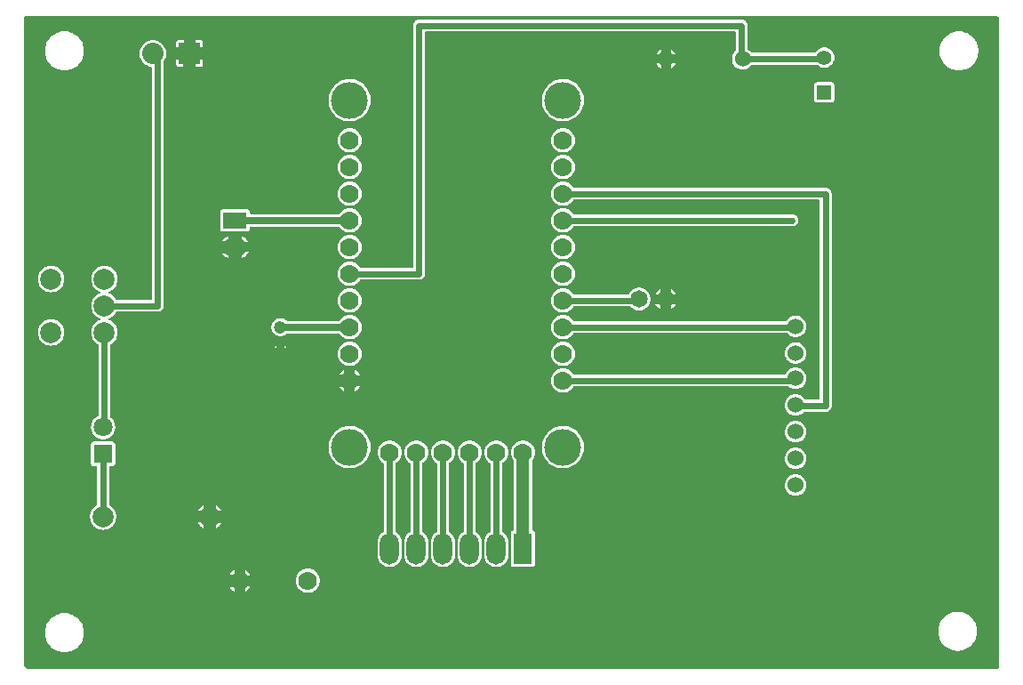
<source format=gbl>
G04 Layer: BottomLayer*
G04 EasyEDA v6.5.15, 2022-10-10 10:29:27*
G04 028e3914a6f949ed9ca799ef75e4ed4f,10*
G04 Gerber Generator version 0.2*
G04 Scale: 100 percent, Rotated: No, Reflected: No *
G04 Dimensions in millimeters *
G04 leading zeros omitted , absolute positions ,4 integer and 5 decimal *
%FSLAX45Y45*%
%MOMM*%

%ADD10C,1.2190*%
%ADD11C,0.6190*%
%ADD12C,0.6910*%
%ADD13C,1.6510*%
%ADD14C,1.7780*%
%ADD15C,1.1938*%
%ADD16R,2.3000X1.6500*%
%ADD17O,2.2999954X1.6500094*%
%ADD18C,1.8000*%
%ADD19R,1.8000X1.8000*%
%ADD20O,1.7999964X2.999994*%
%ADD21R,1.8000X3.0000*%
%ADD22R,2.0320X2.0320*%
%ADD23C,2.0320*%
%ADD24C,2.0000*%
%ADD25C,3.5052*%
%ADD26C,1.5240*%
%ADD27R,1.3970X1.3970*%
%ADD28C,1.3970*%
%ADD29C,0.6190*%
%ADD30C,0.0152*%

%LPD*%
G36*
X791616Y2235200D02*
G01*
X787704Y2235962D01*
X784402Y2238197D01*
X764997Y2257602D01*
X762762Y2260904D01*
X762000Y2264816D01*
X762000Y8431784D01*
X761695Y8433358D01*
X761796Y8437829D01*
X763778Y8441791D01*
X767334Y8444534D01*
X771652Y8445500D01*
X10028783Y8445500D01*
X10032695Y8444738D01*
X10035997Y8442502D01*
X10042702Y8435797D01*
X10044938Y8432495D01*
X10045700Y8428583D01*
X10045700Y2252116D01*
X10044938Y2248204D01*
X10042702Y2244902D01*
X10035997Y2238197D01*
X10032695Y2235962D01*
X10028783Y2235200D01*
G37*

%LPC*%
G36*
X1133602Y2392426D02*
G01*
X1152398Y2392426D01*
X1171143Y2394356D01*
X1189583Y2398115D01*
X1207566Y2403754D01*
X1224889Y2411222D01*
X1241348Y2420366D01*
X1256792Y2431084D01*
X1271066Y2443378D01*
X1284071Y2456992D01*
X1295552Y2471928D01*
X1305560Y2487879D01*
X1313840Y2504795D01*
X1320393Y2522474D01*
X1325067Y2540660D01*
X1327962Y2559304D01*
X1328877Y2578100D01*
X1327962Y2596896D01*
X1325067Y2615539D01*
X1320393Y2633726D01*
X1313840Y2651404D01*
X1305560Y2668320D01*
X1295552Y2684272D01*
X1284071Y2699207D01*
X1271066Y2712821D01*
X1256792Y2725115D01*
X1241348Y2735834D01*
X1224889Y2744978D01*
X1207566Y2752445D01*
X1189583Y2758084D01*
X1171143Y2761843D01*
X1152398Y2763774D01*
X1133602Y2763774D01*
X1114856Y2761843D01*
X1096416Y2758084D01*
X1078433Y2752445D01*
X1061110Y2744978D01*
X1044651Y2735834D01*
X1029208Y2725115D01*
X1014933Y2712821D01*
X1001928Y2699207D01*
X990447Y2684272D01*
X980440Y2668320D01*
X972159Y2651404D01*
X965606Y2633726D01*
X960932Y2615539D01*
X958037Y2596896D01*
X957122Y2578100D01*
X958037Y2559304D01*
X960932Y2540660D01*
X965606Y2522474D01*
X972159Y2504795D01*
X980440Y2487879D01*
X990447Y2471928D01*
X1001928Y2456992D01*
X1014933Y2443378D01*
X1029208Y2431084D01*
X1044651Y2420366D01*
X1061110Y2411222D01*
X1078433Y2403754D01*
X1096416Y2398115D01*
X1114856Y2394356D01*
G37*
G36*
X9642602Y2405126D02*
G01*
X9661398Y2405126D01*
X9680143Y2407056D01*
X9698583Y2410815D01*
X9716566Y2416454D01*
X9733889Y2423922D01*
X9750348Y2433066D01*
X9765792Y2443784D01*
X9780066Y2456078D01*
X9793071Y2469692D01*
X9804552Y2484628D01*
X9814560Y2500579D01*
X9822840Y2517495D01*
X9829393Y2535174D01*
X9834067Y2553360D01*
X9836962Y2572004D01*
X9837877Y2590800D01*
X9836962Y2609596D01*
X9834067Y2628239D01*
X9829393Y2646426D01*
X9822840Y2664104D01*
X9814560Y2681020D01*
X9804552Y2696972D01*
X9793071Y2711907D01*
X9780066Y2725521D01*
X9765792Y2737815D01*
X9750348Y2748534D01*
X9733889Y2757678D01*
X9716566Y2765145D01*
X9698583Y2770784D01*
X9680143Y2774543D01*
X9661398Y2776474D01*
X9642602Y2776474D01*
X9623856Y2774543D01*
X9605416Y2770784D01*
X9587433Y2765145D01*
X9570110Y2757678D01*
X9553651Y2748534D01*
X9538208Y2737815D01*
X9523933Y2725521D01*
X9510928Y2711907D01*
X9499447Y2696972D01*
X9489440Y2681020D01*
X9481159Y2664104D01*
X9474606Y2646426D01*
X9469932Y2628239D01*
X9467037Y2609596D01*
X9466122Y2590800D01*
X9467037Y2572004D01*
X9469932Y2553360D01*
X9474606Y2535174D01*
X9481159Y2517495D01*
X9489440Y2500579D01*
X9499447Y2484628D01*
X9510928Y2469692D01*
X9523933Y2456078D01*
X9538208Y2443784D01*
X9553651Y2433066D01*
X9570110Y2423922D01*
X9587433Y2416454D01*
X9605416Y2410815D01*
X9623856Y2407056D01*
G37*
G36*
X3454704Y2958846D02*
G01*
X3469081Y2958846D01*
X3483406Y2960624D01*
X3497376Y2964230D01*
X3510787Y2969514D01*
X3523386Y2976473D01*
X3535070Y2984957D01*
X3545586Y2994812D01*
X3554780Y3005937D01*
X3562502Y3018078D01*
X3568598Y3031134D01*
X3573068Y3044850D01*
X3575761Y3059023D01*
X3576675Y3073400D01*
X3575761Y3087776D01*
X3573068Y3101949D01*
X3568598Y3115665D01*
X3562502Y3128721D01*
X3554780Y3140862D01*
X3545586Y3151987D01*
X3535070Y3161842D01*
X3523386Y3170326D01*
X3510787Y3177286D01*
X3497376Y3182569D01*
X3483406Y3186176D01*
X3469081Y3187954D01*
X3454704Y3187954D01*
X3440379Y3186176D01*
X3426409Y3182569D01*
X3412998Y3177286D01*
X3400399Y3170326D01*
X3388715Y3161842D01*
X3378200Y3151987D01*
X3369005Y3140862D01*
X3361283Y3128721D01*
X3355187Y3115665D01*
X3350717Y3101949D01*
X3348024Y3087776D01*
X3347110Y3073400D01*
X3348024Y3059023D01*
X3350717Y3044850D01*
X3355187Y3031134D01*
X3361283Y3018078D01*
X3369005Y3005937D01*
X3378200Y2994812D01*
X3388715Y2984957D01*
X3400399Y2976473D01*
X3412998Y2969514D01*
X3426409Y2964230D01*
X3440379Y2960624D01*
G37*
G36*
X2761132Y2970580D02*
G01*
X2761132Y3022600D01*
X2709214Y3022600D01*
X2711297Y3018078D01*
X2719019Y3005937D01*
X2728214Y2994812D01*
X2738729Y2984957D01*
X2750413Y2976473D01*
G37*
G36*
X2862732Y2970580D02*
G01*
X2873400Y2976473D01*
X2885084Y2984957D01*
X2895600Y2994812D01*
X2904794Y3005937D01*
X2912516Y3018078D01*
X2914599Y3022600D01*
X2862732Y3022600D01*
G37*
G36*
X2862732Y3124200D02*
G01*
X2914599Y3124200D01*
X2912516Y3128721D01*
X2904794Y3140862D01*
X2895600Y3151987D01*
X2885084Y3161842D01*
X2873400Y3170326D01*
X2862732Y3176219D01*
G37*
G36*
X2709214Y3124200D02*
G01*
X2761132Y3124200D01*
X2761132Y3176219D01*
X2750413Y3170326D01*
X2738729Y3161842D01*
X2728214Y3151987D01*
X2719019Y3140862D01*
X2711297Y3128721D01*
G37*
G36*
X5422392Y3202279D02*
G01*
X5601208Y3202279D01*
X5607558Y3202990D01*
X5612993Y3204921D01*
X5617921Y3208020D01*
X5621985Y3212084D01*
X5625084Y3217011D01*
X5627014Y3222447D01*
X5627725Y3228746D01*
X5627725Y3527653D01*
X5627014Y3533952D01*
X5625084Y3539388D01*
X5621985Y3544315D01*
X5617921Y3548379D01*
X5612993Y3551478D01*
X5604052Y3554476D01*
X5601208Y3556762D01*
X5599328Y3559860D01*
X5598668Y3563467D01*
X5598668Y4213961D01*
X5599176Y4217060D01*
X5600598Y4219905D01*
X5608726Y4231081D01*
X5615686Y4243730D01*
X5620969Y4257141D01*
X5624576Y4271111D01*
X5626354Y4285386D01*
X5626354Y4299813D01*
X5624576Y4314088D01*
X5620969Y4328058D01*
X5615686Y4341469D01*
X5608726Y4354118D01*
X5600242Y4365752D01*
X5590387Y4376267D01*
X5579262Y4385462D01*
X5567121Y4393184D01*
X5554065Y4399330D01*
X5540349Y4403801D01*
X5526176Y4406493D01*
X5511800Y4407408D01*
X5497423Y4406493D01*
X5483250Y4403801D01*
X5469534Y4399330D01*
X5456478Y4393184D01*
X5444337Y4385462D01*
X5433212Y4376267D01*
X5423357Y4365752D01*
X5414873Y4354118D01*
X5407914Y4341469D01*
X5402630Y4328058D01*
X5399024Y4314088D01*
X5397246Y4299813D01*
X5397246Y4285386D01*
X5399024Y4271111D01*
X5402630Y4257141D01*
X5407914Y4243730D01*
X5414873Y4231081D01*
X5423001Y4219905D01*
X5424424Y4217060D01*
X5424932Y4213961D01*
X5424932Y3563467D01*
X5424271Y3559860D01*
X5422392Y3556762D01*
X5419547Y3554476D01*
X5410606Y3551478D01*
X5405678Y3548379D01*
X5401614Y3544315D01*
X5398516Y3539388D01*
X5396585Y3533952D01*
X5395874Y3527653D01*
X5395874Y3228746D01*
X5396585Y3222447D01*
X5398516Y3217011D01*
X5401614Y3212084D01*
X5405678Y3208020D01*
X5410606Y3204921D01*
X5416042Y3202990D01*
G37*
G36*
X5250535Y3202533D02*
G01*
X5265064Y3202533D01*
X5279491Y3204362D01*
X5293614Y3207969D01*
X5307126Y3213354D01*
X5319877Y3220364D01*
X5331663Y3228898D01*
X5342280Y3238855D01*
X5351576Y3250082D01*
X5359349Y3262376D01*
X5365546Y3275533D01*
X5370068Y3289401D01*
X5372760Y3303676D01*
X5373725Y3318510D01*
X5373725Y3437890D01*
X5372760Y3452723D01*
X5370068Y3466998D01*
X5365546Y3480866D01*
X5359349Y3494024D01*
X5351576Y3506317D01*
X5342280Y3517544D01*
X5331663Y3527501D01*
X5318861Y3536696D01*
X5316626Y3538931D01*
X5315153Y3541776D01*
X5314645Y3544925D01*
X5314645Y4187393D01*
X5315204Y4190746D01*
X5316880Y4193743D01*
X5319369Y4195978D01*
X5325262Y4199737D01*
X5336387Y4208932D01*
X5346242Y4219448D01*
X5354726Y4231081D01*
X5361686Y4243730D01*
X5366969Y4257141D01*
X5370576Y4271111D01*
X5372354Y4285386D01*
X5372354Y4299813D01*
X5370576Y4314088D01*
X5366969Y4328058D01*
X5361686Y4341469D01*
X5354726Y4354118D01*
X5346242Y4365752D01*
X5336387Y4376267D01*
X5325262Y4385462D01*
X5313121Y4393184D01*
X5300065Y4399330D01*
X5286349Y4403801D01*
X5272176Y4406493D01*
X5257800Y4407408D01*
X5243423Y4406493D01*
X5229250Y4403801D01*
X5215534Y4399330D01*
X5202478Y4393184D01*
X5190337Y4385462D01*
X5179212Y4376267D01*
X5169357Y4365752D01*
X5160873Y4354118D01*
X5153914Y4341469D01*
X5148630Y4328058D01*
X5145024Y4314088D01*
X5143246Y4299813D01*
X5143246Y4285386D01*
X5145024Y4271111D01*
X5148630Y4257141D01*
X5153914Y4243730D01*
X5160873Y4231081D01*
X5169357Y4219448D01*
X5179212Y4208932D01*
X5190337Y4199737D01*
X5196230Y4195978D01*
X5198719Y4193743D01*
X5200396Y4190746D01*
X5200954Y4187393D01*
X5200954Y3544925D01*
X5200446Y3541776D01*
X5198973Y3538931D01*
X5196738Y3536696D01*
X5183936Y3527501D01*
X5173319Y3517544D01*
X5164023Y3506317D01*
X5156250Y3494024D01*
X5150053Y3480866D01*
X5145532Y3466998D01*
X5142839Y3452723D01*
X5141874Y3437890D01*
X5141874Y3318510D01*
X5142839Y3303676D01*
X5145532Y3289401D01*
X5150053Y3275533D01*
X5156250Y3262376D01*
X5164023Y3250082D01*
X5173319Y3238855D01*
X5183936Y3228898D01*
X5195722Y3220364D01*
X5208473Y3213354D01*
X5221986Y3207969D01*
X5236108Y3204362D01*
G37*
G36*
X4996535Y3202533D02*
G01*
X5011064Y3202533D01*
X5025491Y3204362D01*
X5039614Y3207969D01*
X5053126Y3213354D01*
X5065877Y3220364D01*
X5077663Y3228898D01*
X5088280Y3238855D01*
X5097576Y3250082D01*
X5105349Y3262376D01*
X5111546Y3275533D01*
X5116068Y3289401D01*
X5118760Y3303676D01*
X5119725Y3318510D01*
X5119725Y3437890D01*
X5118760Y3452723D01*
X5116068Y3466998D01*
X5111546Y3480866D01*
X5105349Y3494024D01*
X5097576Y3506317D01*
X5088280Y3517544D01*
X5077663Y3527501D01*
X5064861Y3536696D01*
X5062626Y3538931D01*
X5061153Y3541776D01*
X5060645Y3544925D01*
X5060645Y4187393D01*
X5061204Y4190746D01*
X5062880Y4193743D01*
X5065369Y4195978D01*
X5071262Y4199737D01*
X5082387Y4208932D01*
X5092242Y4219448D01*
X5100726Y4231081D01*
X5107686Y4243730D01*
X5112969Y4257141D01*
X5116576Y4271111D01*
X5118354Y4285386D01*
X5118354Y4299813D01*
X5116576Y4314088D01*
X5112969Y4328058D01*
X5107686Y4341469D01*
X5100726Y4354118D01*
X5092242Y4365752D01*
X5082387Y4376267D01*
X5071262Y4385462D01*
X5059121Y4393184D01*
X5046065Y4399330D01*
X5032349Y4403801D01*
X5018176Y4406493D01*
X5003800Y4407408D01*
X4989423Y4406493D01*
X4975250Y4403801D01*
X4961534Y4399330D01*
X4948478Y4393184D01*
X4936337Y4385462D01*
X4925212Y4376267D01*
X4915357Y4365752D01*
X4906873Y4354118D01*
X4899914Y4341469D01*
X4894630Y4328058D01*
X4891024Y4314088D01*
X4889246Y4299813D01*
X4889246Y4285386D01*
X4891024Y4271111D01*
X4894630Y4257141D01*
X4899914Y4243730D01*
X4906873Y4231081D01*
X4915357Y4219448D01*
X4925212Y4208932D01*
X4936337Y4199737D01*
X4942230Y4195978D01*
X4944719Y4193743D01*
X4946396Y4190746D01*
X4946954Y4187393D01*
X4946954Y3544925D01*
X4946446Y3541776D01*
X4944973Y3538931D01*
X4942738Y3536696D01*
X4929936Y3527501D01*
X4919319Y3517544D01*
X4910023Y3506317D01*
X4902250Y3494024D01*
X4896053Y3480866D01*
X4891532Y3466998D01*
X4888839Y3452723D01*
X4887874Y3437890D01*
X4887874Y3318510D01*
X4888839Y3303676D01*
X4891532Y3289401D01*
X4896053Y3275533D01*
X4902250Y3262376D01*
X4910023Y3250082D01*
X4919319Y3238855D01*
X4929936Y3228898D01*
X4941722Y3220364D01*
X4954473Y3213354D01*
X4967986Y3207969D01*
X4982108Y3204362D01*
G37*
G36*
X4234535Y3202533D02*
G01*
X4249064Y3202533D01*
X4263491Y3204362D01*
X4277614Y3207969D01*
X4291126Y3213354D01*
X4303877Y3220364D01*
X4315663Y3228898D01*
X4326280Y3238855D01*
X4335576Y3250082D01*
X4343349Y3262376D01*
X4349546Y3275533D01*
X4354068Y3289401D01*
X4356760Y3303676D01*
X4357725Y3318510D01*
X4357725Y3437890D01*
X4356760Y3452723D01*
X4354068Y3466998D01*
X4349546Y3480866D01*
X4343349Y3494024D01*
X4335576Y3506317D01*
X4326280Y3517544D01*
X4315663Y3527501D01*
X4302861Y3536696D01*
X4300626Y3538931D01*
X4299153Y3541776D01*
X4298645Y3544925D01*
X4298645Y4187393D01*
X4299204Y4190746D01*
X4300880Y4193743D01*
X4303369Y4195978D01*
X4309262Y4199737D01*
X4320387Y4208932D01*
X4330242Y4219448D01*
X4338726Y4231081D01*
X4345686Y4243730D01*
X4350969Y4257141D01*
X4354576Y4271111D01*
X4356354Y4285386D01*
X4356354Y4299813D01*
X4354576Y4314088D01*
X4350969Y4328058D01*
X4345686Y4341469D01*
X4338726Y4354118D01*
X4330242Y4365752D01*
X4320387Y4376267D01*
X4309262Y4385462D01*
X4297121Y4393184D01*
X4284065Y4399330D01*
X4270349Y4403801D01*
X4256176Y4406493D01*
X4241800Y4407408D01*
X4227423Y4406493D01*
X4213250Y4403801D01*
X4199534Y4399330D01*
X4186478Y4393184D01*
X4174337Y4385462D01*
X4163212Y4376267D01*
X4153357Y4365752D01*
X4144873Y4354118D01*
X4137914Y4341469D01*
X4132630Y4328058D01*
X4129024Y4314088D01*
X4127246Y4299813D01*
X4127246Y4285386D01*
X4129024Y4271111D01*
X4132630Y4257141D01*
X4137914Y4243730D01*
X4144873Y4231081D01*
X4153357Y4219448D01*
X4163212Y4208932D01*
X4174337Y4199737D01*
X4180230Y4195978D01*
X4182719Y4193743D01*
X4184396Y4190746D01*
X4184954Y4187393D01*
X4184954Y3544925D01*
X4184446Y3541776D01*
X4182973Y3538931D01*
X4180738Y3536696D01*
X4167936Y3527501D01*
X4157319Y3517544D01*
X4148023Y3506317D01*
X4140250Y3494024D01*
X4134053Y3480866D01*
X4129532Y3466998D01*
X4126839Y3452723D01*
X4125874Y3437890D01*
X4125874Y3318510D01*
X4126839Y3303676D01*
X4129532Y3289401D01*
X4134053Y3275533D01*
X4140250Y3262376D01*
X4148023Y3250082D01*
X4157319Y3238855D01*
X4167936Y3228898D01*
X4179722Y3220364D01*
X4192473Y3213354D01*
X4205986Y3207969D01*
X4220108Y3204362D01*
G37*
G36*
X4742535Y3202533D02*
G01*
X4757064Y3202533D01*
X4771491Y3204362D01*
X4785614Y3207969D01*
X4799126Y3213354D01*
X4811877Y3220364D01*
X4823663Y3228898D01*
X4834280Y3238855D01*
X4843576Y3250082D01*
X4851349Y3262376D01*
X4857546Y3275533D01*
X4862068Y3289401D01*
X4864760Y3303676D01*
X4865725Y3318510D01*
X4865725Y3437890D01*
X4864760Y3452723D01*
X4862068Y3466998D01*
X4857546Y3480866D01*
X4851349Y3494024D01*
X4843576Y3506317D01*
X4834280Y3517544D01*
X4823663Y3527501D01*
X4810861Y3536696D01*
X4808626Y3538931D01*
X4807153Y3541776D01*
X4806645Y3544925D01*
X4806645Y4187393D01*
X4807204Y4190746D01*
X4808880Y4193743D01*
X4811369Y4195978D01*
X4817262Y4199737D01*
X4828387Y4208932D01*
X4838242Y4219448D01*
X4846726Y4231081D01*
X4853686Y4243730D01*
X4858969Y4257141D01*
X4862576Y4271111D01*
X4864354Y4285386D01*
X4864354Y4299813D01*
X4862576Y4314088D01*
X4858969Y4328058D01*
X4853686Y4341469D01*
X4846726Y4354118D01*
X4838242Y4365752D01*
X4828387Y4376267D01*
X4817262Y4385462D01*
X4805121Y4393184D01*
X4792065Y4399330D01*
X4778349Y4403801D01*
X4764176Y4406493D01*
X4749800Y4407408D01*
X4735423Y4406493D01*
X4721250Y4403801D01*
X4707534Y4399330D01*
X4694478Y4393184D01*
X4682337Y4385462D01*
X4671212Y4376267D01*
X4661357Y4365752D01*
X4652873Y4354118D01*
X4645914Y4341469D01*
X4640630Y4328058D01*
X4637024Y4314088D01*
X4635246Y4299813D01*
X4635246Y4285386D01*
X4637024Y4271111D01*
X4640630Y4257141D01*
X4645914Y4243730D01*
X4652873Y4231081D01*
X4661357Y4219448D01*
X4671212Y4208932D01*
X4682337Y4199737D01*
X4688230Y4195978D01*
X4690719Y4193743D01*
X4692396Y4190746D01*
X4692954Y4187393D01*
X4692954Y3544925D01*
X4692446Y3541776D01*
X4690973Y3538931D01*
X4688738Y3536696D01*
X4675936Y3527501D01*
X4665319Y3517544D01*
X4656023Y3506317D01*
X4648250Y3494024D01*
X4642053Y3480866D01*
X4637532Y3466998D01*
X4634839Y3452723D01*
X4633874Y3437890D01*
X4633874Y3318510D01*
X4634839Y3303676D01*
X4637532Y3289401D01*
X4642053Y3275533D01*
X4648250Y3262376D01*
X4656023Y3250082D01*
X4665319Y3238855D01*
X4675936Y3228898D01*
X4687722Y3220364D01*
X4700473Y3213354D01*
X4713986Y3207969D01*
X4728108Y3204362D01*
G37*
G36*
X4488535Y3202533D02*
G01*
X4503064Y3202533D01*
X4517491Y3204362D01*
X4531614Y3207969D01*
X4545126Y3213354D01*
X4557877Y3220364D01*
X4569663Y3228898D01*
X4580280Y3238855D01*
X4589576Y3250082D01*
X4597349Y3262376D01*
X4603546Y3275533D01*
X4608068Y3289401D01*
X4610760Y3303676D01*
X4611725Y3318510D01*
X4611725Y3437890D01*
X4610760Y3452723D01*
X4608068Y3466998D01*
X4603546Y3480866D01*
X4597349Y3494024D01*
X4589576Y3506317D01*
X4580280Y3517544D01*
X4569663Y3527501D01*
X4556861Y3536696D01*
X4554626Y3538931D01*
X4553153Y3541776D01*
X4552645Y3544925D01*
X4552645Y4187393D01*
X4553204Y4190746D01*
X4554880Y4193743D01*
X4557369Y4195978D01*
X4563262Y4199737D01*
X4574387Y4208932D01*
X4584242Y4219448D01*
X4592726Y4231081D01*
X4599686Y4243730D01*
X4604969Y4257141D01*
X4608576Y4271111D01*
X4610354Y4285386D01*
X4610354Y4299813D01*
X4608576Y4314088D01*
X4604969Y4328058D01*
X4599686Y4341469D01*
X4592726Y4354118D01*
X4584242Y4365752D01*
X4574387Y4376267D01*
X4563262Y4385462D01*
X4551121Y4393184D01*
X4538065Y4399330D01*
X4524349Y4403801D01*
X4510176Y4406493D01*
X4495800Y4407408D01*
X4481423Y4406493D01*
X4467250Y4403801D01*
X4453534Y4399330D01*
X4440478Y4393184D01*
X4428337Y4385462D01*
X4417212Y4376267D01*
X4407357Y4365752D01*
X4398873Y4354118D01*
X4391914Y4341469D01*
X4386630Y4328058D01*
X4383024Y4314088D01*
X4381246Y4299813D01*
X4381246Y4285386D01*
X4383024Y4271111D01*
X4386630Y4257141D01*
X4391914Y4243730D01*
X4398873Y4231081D01*
X4407357Y4219448D01*
X4417212Y4208932D01*
X4428337Y4199737D01*
X4434230Y4195978D01*
X4436719Y4193743D01*
X4438396Y4190746D01*
X4438954Y4187393D01*
X4438954Y3544925D01*
X4438446Y3541776D01*
X4436973Y3538931D01*
X4434738Y3536696D01*
X4421936Y3527501D01*
X4411319Y3517544D01*
X4402023Y3506317D01*
X4394250Y3494024D01*
X4388053Y3480866D01*
X4383532Y3466998D01*
X4380839Y3452723D01*
X4379874Y3437890D01*
X4379874Y3318510D01*
X4380839Y3303676D01*
X4383532Y3289401D01*
X4388053Y3275533D01*
X4394250Y3262376D01*
X4402023Y3250082D01*
X4411319Y3238855D01*
X4421936Y3228898D01*
X4433722Y3220364D01*
X4446473Y3213354D01*
X4459986Y3207969D01*
X4474108Y3204362D01*
G37*
G36*
X1511300Y3557117D02*
G01*
X1526489Y3558032D01*
X1541424Y3560775D01*
X1555953Y3565296D01*
X1569821Y3571544D01*
X1582826Y3579418D01*
X1594764Y3588765D01*
X1605534Y3599535D01*
X1614881Y3611473D01*
X1622755Y3624478D01*
X1629003Y3638346D01*
X1633524Y3652875D01*
X1636268Y3667810D01*
X1637182Y3683000D01*
X1636268Y3698189D01*
X1633524Y3713124D01*
X1629003Y3727653D01*
X1622755Y3741521D01*
X1614881Y3754526D01*
X1605534Y3766464D01*
X1594764Y3777234D01*
X1582826Y3786581D01*
X1573072Y3792524D01*
X1570431Y3794760D01*
X1568754Y3797808D01*
X1568145Y3801211D01*
X1568145Y4153814D01*
X1568907Y4157726D01*
X1571142Y4161028D01*
X1574444Y4163212D01*
X1578305Y4163974D01*
X1600708Y4163974D01*
X1607058Y4164685D01*
X1612493Y4166615D01*
X1617421Y4169714D01*
X1621485Y4173778D01*
X1624584Y4178706D01*
X1626514Y4184142D01*
X1627225Y4190492D01*
X1627225Y4369308D01*
X1626514Y4375658D01*
X1624584Y4381093D01*
X1621485Y4386021D01*
X1617421Y4390085D01*
X1612493Y4393184D01*
X1607058Y4395114D01*
X1600708Y4395825D01*
X1421892Y4395825D01*
X1415542Y4395114D01*
X1410106Y4393184D01*
X1405178Y4390085D01*
X1401114Y4386021D01*
X1398016Y4381093D01*
X1396085Y4375658D01*
X1395374Y4369308D01*
X1395374Y4190492D01*
X1396085Y4184142D01*
X1398016Y4178706D01*
X1401114Y4173778D01*
X1405178Y4169714D01*
X1410106Y4166615D01*
X1415542Y4164685D01*
X1421892Y4163974D01*
X1444294Y4163974D01*
X1448155Y4163212D01*
X1451457Y4161028D01*
X1453692Y4157726D01*
X1454454Y4153814D01*
X1454454Y3801211D01*
X1453845Y3797808D01*
X1452168Y3794760D01*
X1449527Y3792524D01*
X1439773Y3786581D01*
X1427835Y3777234D01*
X1417066Y3766464D01*
X1407718Y3754526D01*
X1399844Y3741521D01*
X1393596Y3727653D01*
X1389075Y3713124D01*
X1386332Y3698189D01*
X1385417Y3683000D01*
X1386332Y3667810D01*
X1389075Y3652875D01*
X1393596Y3638346D01*
X1399844Y3624478D01*
X1407718Y3611473D01*
X1417066Y3599535D01*
X1427835Y3588765D01*
X1439773Y3579418D01*
X1452778Y3571544D01*
X1466646Y3565296D01*
X1481175Y3560775D01*
X1496110Y3558032D01*
G37*
G36*
X2583637Y3570579D02*
G01*
X2585821Y3571544D01*
X2598826Y3579418D01*
X2610764Y3588765D01*
X2621534Y3599535D01*
X2630881Y3611473D01*
X2638755Y3624478D01*
X2639720Y3626662D01*
X2583637Y3626662D01*
G37*
G36*
X2470962Y3570579D02*
G01*
X2470962Y3626662D01*
X2414879Y3626662D01*
X2415844Y3624478D01*
X2423718Y3611473D01*
X2433066Y3599535D01*
X2443835Y3588765D01*
X2455773Y3579418D01*
X2468778Y3571544D01*
G37*
G36*
X2583637Y3739337D02*
G01*
X2639720Y3739337D01*
X2638755Y3741521D01*
X2630881Y3754526D01*
X2621534Y3766464D01*
X2610764Y3777234D01*
X2598826Y3786581D01*
X2585821Y3794455D01*
X2583637Y3795420D01*
G37*
G36*
X2414879Y3739337D02*
G01*
X2470962Y3739337D01*
X2470962Y3795420D01*
X2468778Y3794455D01*
X2455773Y3786581D01*
X2443835Y3777234D01*
X2433066Y3766464D01*
X2423718Y3754526D01*
X2415844Y3741521D01*
G37*
G36*
X8107883Y3881018D02*
G01*
X8121497Y3881932D01*
X8134858Y3884625D01*
X8147761Y3889095D01*
X8159953Y3895293D01*
X8171180Y3902964D01*
X8181289Y3912158D01*
X8190077Y3922572D01*
X8197443Y3934053D01*
X8203184Y3946398D01*
X8207197Y3959453D01*
X8209483Y3972864D01*
X8209940Y3986529D01*
X8208568Y4000093D01*
X8205419Y4013352D01*
X8200491Y4026052D01*
X8193938Y4038041D01*
X8185861Y4049014D01*
X8176361Y4058818D01*
X8165693Y4067251D01*
X8153958Y4074210D01*
X8141411Y4079544D01*
X8128253Y4083151D01*
X8114741Y4084980D01*
X8101075Y4084980D01*
X8087563Y4083151D01*
X8074406Y4079544D01*
X8061858Y4074210D01*
X8050123Y4067251D01*
X8039404Y4058818D01*
X8029956Y4049014D01*
X8021878Y4038041D01*
X8015325Y4026052D01*
X8010398Y4013352D01*
X8007248Y4000093D01*
X8005876Y3986529D01*
X8006334Y3972864D01*
X8008620Y3959453D01*
X8012633Y3946398D01*
X8018373Y3934053D01*
X8025739Y3922572D01*
X8034528Y3912158D01*
X8044637Y3902964D01*
X8055864Y3895293D01*
X8068056Y3889095D01*
X8080908Y3884625D01*
X8094319Y3881932D01*
G37*
G36*
X8107883Y4135018D02*
G01*
X8121497Y4135932D01*
X8134858Y4138625D01*
X8147761Y4143095D01*
X8159953Y4149293D01*
X8171180Y4156964D01*
X8181289Y4166158D01*
X8190077Y4176572D01*
X8197443Y4188053D01*
X8203184Y4200398D01*
X8207197Y4213453D01*
X8209483Y4226864D01*
X8209940Y4240530D01*
X8208568Y4254093D01*
X8205419Y4267352D01*
X8200491Y4280052D01*
X8193938Y4292041D01*
X8185861Y4303014D01*
X8176361Y4312818D01*
X8165693Y4321251D01*
X8153958Y4328210D01*
X8141411Y4333544D01*
X8128253Y4337151D01*
X8114741Y4338980D01*
X8101075Y4338980D01*
X8087563Y4337151D01*
X8074406Y4333544D01*
X8061858Y4328210D01*
X8050123Y4321251D01*
X8039404Y4312818D01*
X8029956Y4303014D01*
X8021878Y4292041D01*
X8015325Y4280052D01*
X8010398Y4267352D01*
X8007248Y4254093D01*
X8005876Y4240530D01*
X8006334Y4226864D01*
X8008620Y4213453D01*
X8012633Y4200398D01*
X8018373Y4188053D01*
X8025739Y4176572D01*
X8034528Y4166158D01*
X8044637Y4156964D01*
X8055864Y4149293D01*
X8068056Y4143095D01*
X8080908Y4138625D01*
X8094319Y4135932D01*
G37*
G36*
X5897676Y4142282D02*
G01*
X5917031Y4143705D01*
X5936183Y4147007D01*
X5954979Y4152087D01*
X5973114Y4158996D01*
X5990539Y4167581D01*
X6007049Y4177842D01*
X6022492Y4189628D01*
X6036767Y4202887D01*
X6049619Y4217416D01*
X6061049Y4233164D01*
X6070904Y4249928D01*
X6079083Y4267555D01*
X6085535Y4285894D01*
X6090208Y4304741D01*
X6093002Y4323994D01*
X6093968Y4343400D01*
X6093002Y4362805D01*
X6090208Y4382058D01*
X6085535Y4400905D01*
X6079083Y4419244D01*
X6070904Y4436872D01*
X6061049Y4453636D01*
X6049619Y4469384D01*
X6036767Y4483912D01*
X6022492Y4497171D01*
X6007049Y4508957D01*
X5990539Y4519218D01*
X5973114Y4527804D01*
X5954979Y4534712D01*
X5936183Y4539792D01*
X5917031Y4543094D01*
X5897676Y4544517D01*
X5878220Y4544009D01*
X5858916Y4541672D01*
X5839968Y4537506D01*
X5821476Y4531461D01*
X5803646Y4523740D01*
X5786678Y4514291D01*
X5770676Y4503216D01*
X5755792Y4490720D01*
X5742228Y4476800D01*
X5730036Y4461611D01*
X5719419Y4445355D01*
X5710377Y4428185D01*
X5703062Y4410151D01*
X5697474Y4391558D01*
X5693765Y4372457D01*
X5691886Y4353102D01*
X5691886Y4333697D01*
X5693765Y4314342D01*
X5697474Y4295241D01*
X5703062Y4276648D01*
X5710377Y4258614D01*
X5719419Y4241444D01*
X5730036Y4225188D01*
X5742228Y4209999D01*
X5755792Y4196080D01*
X5770676Y4183583D01*
X5786678Y4172508D01*
X5803646Y4163060D01*
X5821476Y4155338D01*
X5839968Y4149293D01*
X5858916Y4145127D01*
X5878220Y4142790D01*
G37*
G36*
X3865676Y4142282D02*
G01*
X3885031Y4143705D01*
X3904183Y4147007D01*
X3922979Y4152087D01*
X3941114Y4158996D01*
X3958539Y4167581D01*
X3975049Y4177842D01*
X3990492Y4189628D01*
X4004767Y4202887D01*
X4017619Y4217416D01*
X4029049Y4233164D01*
X4038904Y4249928D01*
X4047083Y4267555D01*
X4053535Y4285894D01*
X4058208Y4304741D01*
X4061002Y4323994D01*
X4061968Y4343400D01*
X4061002Y4362805D01*
X4058208Y4382058D01*
X4053535Y4400905D01*
X4047083Y4419244D01*
X4038904Y4436872D01*
X4029049Y4453636D01*
X4017619Y4469384D01*
X4004767Y4483912D01*
X3990492Y4497171D01*
X3975049Y4508957D01*
X3958539Y4519218D01*
X3941114Y4527804D01*
X3922979Y4534712D01*
X3904183Y4539792D01*
X3885031Y4543094D01*
X3865676Y4544517D01*
X3846220Y4544009D01*
X3826916Y4541672D01*
X3807968Y4537506D01*
X3789476Y4531461D01*
X3771646Y4523740D01*
X3754678Y4514291D01*
X3738676Y4503216D01*
X3723792Y4490720D01*
X3710228Y4476800D01*
X3698036Y4461611D01*
X3687419Y4445355D01*
X3678377Y4428185D01*
X3671062Y4410151D01*
X3665474Y4391558D01*
X3661765Y4372457D01*
X3659886Y4353102D01*
X3659886Y4333697D01*
X3661765Y4314342D01*
X3665474Y4295241D01*
X3671062Y4276648D01*
X3678377Y4258614D01*
X3687419Y4241444D01*
X3698036Y4225188D01*
X3710228Y4209999D01*
X3723792Y4196080D01*
X3738676Y4183583D01*
X3754678Y4172508D01*
X3771646Y4163060D01*
X3789476Y4155338D01*
X3807968Y4149293D01*
X3826916Y4145127D01*
X3846220Y4142790D01*
G37*
G36*
X8107883Y4389018D02*
G01*
X8121497Y4389932D01*
X8134858Y4392625D01*
X8147761Y4397095D01*
X8159953Y4403293D01*
X8171180Y4410964D01*
X8181289Y4420158D01*
X8190077Y4430572D01*
X8197443Y4442053D01*
X8203184Y4454398D01*
X8207197Y4467453D01*
X8209483Y4480864D01*
X8209940Y4494530D01*
X8208568Y4508093D01*
X8205419Y4521352D01*
X8200491Y4534052D01*
X8193938Y4546041D01*
X8185861Y4557014D01*
X8176361Y4566818D01*
X8165693Y4575251D01*
X8153958Y4582210D01*
X8141411Y4587544D01*
X8128253Y4591151D01*
X8114741Y4592980D01*
X8101075Y4592980D01*
X8087563Y4591151D01*
X8074406Y4587544D01*
X8061858Y4582210D01*
X8050123Y4575251D01*
X8039404Y4566818D01*
X8029956Y4557014D01*
X8021878Y4546041D01*
X8015325Y4534052D01*
X8010398Y4521352D01*
X8007248Y4508093D01*
X8005876Y4494530D01*
X8006334Y4480864D01*
X8008620Y4467453D01*
X8012633Y4454398D01*
X8018373Y4442053D01*
X8025739Y4430572D01*
X8034528Y4420158D01*
X8044637Y4410964D01*
X8055864Y4403293D01*
X8068056Y4397095D01*
X8080908Y4392625D01*
X8094319Y4389932D01*
G37*
G36*
X1511300Y4418025D02*
G01*
X1525828Y4418939D01*
X1540103Y4421632D01*
X1553972Y4426153D01*
X1567129Y4432350D01*
X1579422Y4440123D01*
X1590649Y4449419D01*
X1600606Y4460036D01*
X1609140Y4471822D01*
X1616151Y4484573D01*
X1621536Y4498086D01*
X1625142Y4512208D01*
X1626971Y4526635D01*
X1626971Y4541164D01*
X1625142Y4555591D01*
X1621536Y4569714D01*
X1616151Y4583226D01*
X1609140Y4595977D01*
X1600606Y4607763D01*
X1590649Y4618380D01*
X1584553Y4623409D01*
X1581810Y4626914D01*
X1580845Y4631232D01*
X1580845Y5317388D01*
X1581454Y5320792D01*
X1583131Y5323840D01*
X1585772Y5326075D01*
X1595526Y5332018D01*
X1607464Y5341366D01*
X1618234Y5352135D01*
X1627581Y5364073D01*
X1635455Y5377078D01*
X1641703Y5390946D01*
X1646224Y5405475D01*
X1648968Y5420410D01*
X1649882Y5435600D01*
X1648968Y5450789D01*
X1646224Y5465724D01*
X1641703Y5480253D01*
X1635455Y5494121D01*
X1627581Y5507126D01*
X1618234Y5519064D01*
X1607464Y5529834D01*
X1595526Y5539181D01*
X1582521Y5547055D01*
X1568602Y5553354D01*
X1565402Y5555538D01*
X1563319Y5558790D01*
X1562608Y5562600D01*
X1563319Y5566410D01*
X1565402Y5569661D01*
X1568602Y5571845D01*
X1582521Y5578144D01*
X1595526Y5586018D01*
X1607464Y5595366D01*
X1618234Y5606135D01*
X1627581Y5618073D01*
X1633524Y5627827D01*
X1635760Y5630468D01*
X1638807Y5632145D01*
X1642211Y5632754D01*
X2031796Y5632754D01*
X2036673Y5632958D01*
X2041347Y5633516D01*
X2045970Y5634482D01*
X2050440Y5635853D01*
X2054860Y5637530D01*
X2059076Y5639612D01*
X2063089Y5642000D01*
X2066899Y5644743D01*
X2070506Y5647791D01*
X2073808Y5651093D01*
X2076856Y5654700D01*
X2079599Y5658510D01*
X2081987Y5662523D01*
X2084070Y5666740D01*
X2085746Y5671159D01*
X2087118Y5675630D01*
X2088083Y5680252D01*
X2088642Y5684926D01*
X2088845Y5689803D01*
X2088845Y8012582D01*
X2089251Y8015325D01*
X2090318Y8017814D01*
X2098090Y8030667D01*
X2104390Y8044688D01*
X2108962Y8059369D01*
X2111756Y8074507D01*
X2112670Y8089900D01*
X2111756Y8105292D01*
X2108962Y8120430D01*
X2104390Y8135112D01*
X2098090Y8149132D01*
X2090115Y8162340D01*
X2080615Y8174431D01*
X2069744Y8185302D01*
X2057603Y8194802D01*
X2044446Y8202777D01*
X2030374Y8209127D01*
X2015693Y8213699D01*
X2000554Y8216442D01*
X1985213Y8217408D01*
X1969820Y8216442D01*
X1954682Y8213699D01*
X1940001Y8209127D01*
X1925929Y8202777D01*
X1912772Y8194802D01*
X1900631Y8185302D01*
X1889760Y8174431D01*
X1880260Y8162340D01*
X1872284Y8149132D01*
X1865985Y8135112D01*
X1861413Y8120430D01*
X1858619Y8105292D01*
X1857705Y8089900D01*
X1858619Y8074507D01*
X1861413Y8059369D01*
X1865985Y8044688D01*
X1872284Y8030667D01*
X1880260Y8017459D01*
X1889760Y8005368D01*
X1900631Y7994497D01*
X1912772Y7984998D01*
X1925929Y7977022D01*
X1940001Y7970672D01*
X1954682Y7966100D01*
X1966823Y7963916D01*
X1970125Y7962646D01*
X1972767Y7960410D01*
X1974545Y7957362D01*
X1975154Y7953908D01*
X1975154Y5756605D01*
X1974392Y5752744D01*
X1972157Y5749442D01*
X1968855Y5747207D01*
X1964994Y5746445D01*
X1642211Y5746445D01*
X1638807Y5747054D01*
X1635760Y5748731D01*
X1633524Y5751372D01*
X1627581Y5761126D01*
X1618234Y5773064D01*
X1607464Y5783834D01*
X1595526Y5793181D01*
X1582521Y5801055D01*
X1568602Y5807354D01*
X1565402Y5809538D01*
X1563319Y5812790D01*
X1562608Y5816600D01*
X1563319Y5820410D01*
X1565402Y5823661D01*
X1568602Y5825845D01*
X1582521Y5832144D01*
X1595526Y5840018D01*
X1607464Y5849366D01*
X1618234Y5860135D01*
X1627581Y5872073D01*
X1635455Y5885078D01*
X1641703Y5898946D01*
X1646224Y5913475D01*
X1648968Y5928410D01*
X1649882Y5943600D01*
X1648968Y5958789D01*
X1646224Y5973724D01*
X1641703Y5988253D01*
X1635455Y6002121D01*
X1627581Y6015126D01*
X1618234Y6027064D01*
X1607464Y6037834D01*
X1595526Y6047181D01*
X1582521Y6055055D01*
X1568653Y6061303D01*
X1554124Y6065824D01*
X1539189Y6068568D01*
X1524000Y6069482D01*
X1508810Y6068568D01*
X1493875Y6065824D01*
X1479346Y6061303D01*
X1465478Y6055055D01*
X1452473Y6047181D01*
X1440535Y6037834D01*
X1429766Y6027064D01*
X1420418Y6015126D01*
X1412544Y6002121D01*
X1406296Y5988253D01*
X1401775Y5973724D01*
X1399032Y5958789D01*
X1398117Y5943600D01*
X1399032Y5928410D01*
X1401775Y5913475D01*
X1406296Y5898946D01*
X1412544Y5885078D01*
X1420418Y5872073D01*
X1429766Y5860135D01*
X1440535Y5849366D01*
X1452473Y5840018D01*
X1465478Y5832144D01*
X1479397Y5825845D01*
X1482598Y5823661D01*
X1484680Y5820410D01*
X1485392Y5816600D01*
X1484680Y5812790D01*
X1482598Y5809538D01*
X1479397Y5807354D01*
X1465478Y5801055D01*
X1452473Y5793181D01*
X1440535Y5783834D01*
X1429766Y5773064D01*
X1420418Y5761126D01*
X1412544Y5748121D01*
X1406296Y5734253D01*
X1401775Y5719724D01*
X1399032Y5704789D01*
X1398117Y5689600D01*
X1399032Y5674410D01*
X1401775Y5659475D01*
X1406296Y5644946D01*
X1412544Y5631078D01*
X1420418Y5618073D01*
X1429766Y5606135D01*
X1440535Y5595366D01*
X1452473Y5586018D01*
X1465478Y5578144D01*
X1479397Y5571845D01*
X1482598Y5569661D01*
X1484680Y5566410D01*
X1485392Y5562600D01*
X1484680Y5558790D01*
X1482598Y5555538D01*
X1479397Y5553354D01*
X1465478Y5547055D01*
X1452473Y5539181D01*
X1440535Y5529834D01*
X1429766Y5519064D01*
X1420418Y5507126D01*
X1412544Y5494121D01*
X1406296Y5480253D01*
X1401775Y5465724D01*
X1399032Y5450789D01*
X1398117Y5435600D01*
X1399032Y5420410D01*
X1401775Y5405475D01*
X1406296Y5390946D01*
X1412544Y5377078D01*
X1420418Y5364073D01*
X1429766Y5352135D01*
X1440535Y5341366D01*
X1452473Y5332018D01*
X1462227Y5326075D01*
X1464868Y5323840D01*
X1466545Y5320792D01*
X1467154Y5317388D01*
X1467154Y4647387D01*
X1466443Y4643628D01*
X1464411Y4640427D01*
X1461312Y4638192D01*
X1455470Y4635449D01*
X1443177Y4627676D01*
X1431950Y4618380D01*
X1421993Y4607763D01*
X1413459Y4595977D01*
X1406448Y4583226D01*
X1401064Y4569714D01*
X1397457Y4555591D01*
X1395628Y4541164D01*
X1395628Y4526635D01*
X1397457Y4512208D01*
X1401064Y4498086D01*
X1406448Y4484573D01*
X1413459Y4471822D01*
X1421993Y4460036D01*
X1431950Y4449419D01*
X1443177Y4440123D01*
X1455470Y4432350D01*
X1468628Y4426153D01*
X1482496Y4421632D01*
X1496771Y4418939D01*
G37*
G36*
X8107883Y4643018D02*
G01*
X8121497Y4643932D01*
X8134858Y4646625D01*
X8147761Y4651095D01*
X8159953Y4657293D01*
X8171180Y4664964D01*
X8181289Y4674158D01*
X8183422Y4676648D01*
X8186877Y4679289D01*
X8191144Y4680254D01*
X8394496Y4680254D01*
X8399373Y4680458D01*
X8404047Y4681016D01*
X8408670Y4681982D01*
X8413140Y4683353D01*
X8417560Y4685030D01*
X8421776Y4687112D01*
X8425789Y4689500D01*
X8429599Y4692243D01*
X8433206Y4695291D01*
X8436508Y4698593D01*
X8439556Y4702200D01*
X8442299Y4706010D01*
X8444687Y4710023D01*
X8446770Y4714240D01*
X8448446Y4718659D01*
X8449818Y4723130D01*
X8450783Y4727752D01*
X8451342Y4732426D01*
X8451545Y4737303D01*
X8451545Y6756196D01*
X8451342Y6761073D01*
X8450783Y6765747D01*
X8449818Y6770370D01*
X8448446Y6774840D01*
X8446770Y6779259D01*
X8444687Y6783476D01*
X8442299Y6787489D01*
X8439556Y6791299D01*
X8436508Y6794906D01*
X8433206Y6798208D01*
X8429599Y6801256D01*
X8425789Y6803999D01*
X8421776Y6806387D01*
X8417560Y6808470D01*
X8413140Y6810146D01*
X8408670Y6811518D01*
X8404047Y6812483D01*
X8399373Y6813042D01*
X8394496Y6813245D01*
X5998006Y6813245D01*
X5994654Y6813803D01*
X5991656Y6815480D01*
X5989421Y6817969D01*
X5985662Y6823862D01*
X5976467Y6834987D01*
X5965952Y6844842D01*
X5954318Y6853326D01*
X5941669Y6860286D01*
X5928258Y6865569D01*
X5914288Y6869175D01*
X5900013Y6870953D01*
X5885586Y6870953D01*
X5871311Y6869175D01*
X5857341Y6865569D01*
X5843930Y6860286D01*
X5831281Y6853326D01*
X5819648Y6844842D01*
X5809132Y6834987D01*
X5799937Y6823862D01*
X5792216Y6811721D01*
X5786069Y6798665D01*
X5781598Y6784949D01*
X5778906Y6770776D01*
X5777992Y6756400D01*
X5778906Y6742023D01*
X5781598Y6727850D01*
X5786069Y6714134D01*
X5792216Y6701078D01*
X5799937Y6688937D01*
X5809132Y6677812D01*
X5819648Y6667957D01*
X5831281Y6659473D01*
X5843930Y6652514D01*
X5857341Y6647230D01*
X5871311Y6643624D01*
X5885586Y6641846D01*
X5900013Y6641846D01*
X5914288Y6643624D01*
X5928258Y6647230D01*
X5941669Y6652514D01*
X5954318Y6659473D01*
X5965952Y6667957D01*
X5976467Y6677812D01*
X5985662Y6688937D01*
X5989421Y6694830D01*
X5991656Y6697319D01*
X5994654Y6698996D01*
X5998006Y6699554D01*
X8327694Y6699554D01*
X8331555Y6698792D01*
X8334857Y6696557D01*
X8337092Y6693255D01*
X8337854Y6689394D01*
X8337854Y4804105D01*
X8337092Y4800244D01*
X8334857Y4796942D01*
X8331555Y4794707D01*
X8327694Y4793945D01*
X8203285Y4793945D01*
X8199729Y4794605D01*
X8196630Y4796434D01*
X8185861Y4811014D01*
X8176361Y4820818D01*
X8165693Y4829251D01*
X8153958Y4836210D01*
X8141411Y4841544D01*
X8128253Y4845151D01*
X8114741Y4846980D01*
X8101075Y4846980D01*
X8087563Y4845151D01*
X8074406Y4841544D01*
X8061858Y4836210D01*
X8050123Y4829251D01*
X8039404Y4820818D01*
X8029956Y4811014D01*
X8021878Y4800041D01*
X8015325Y4788052D01*
X8010398Y4775352D01*
X8007248Y4762093D01*
X8005876Y4748530D01*
X8006334Y4734864D01*
X8008620Y4721453D01*
X8012633Y4708398D01*
X8018373Y4696053D01*
X8025739Y4684572D01*
X8034528Y4674158D01*
X8044637Y4664964D01*
X8055864Y4657293D01*
X8068056Y4651095D01*
X8080908Y4646625D01*
X8094319Y4643932D01*
G37*
G36*
X5885586Y4863846D02*
G01*
X5900013Y4863846D01*
X5914288Y4865624D01*
X5928258Y4869230D01*
X5941669Y4874514D01*
X5954318Y4881473D01*
X5965952Y4889957D01*
X5976467Y4899812D01*
X5985662Y4910937D01*
X5989421Y4916830D01*
X5991656Y4919319D01*
X5994654Y4920996D01*
X5998006Y4921554D01*
X8037880Y4921554D01*
X8040928Y4921097D01*
X8043672Y4919726D01*
X8055914Y4911242D01*
X8068056Y4905095D01*
X8080908Y4900625D01*
X8094319Y4897932D01*
X8107883Y4897018D01*
X8121497Y4897932D01*
X8134858Y4900625D01*
X8147761Y4905095D01*
X8159953Y4911242D01*
X8171180Y4918964D01*
X8181289Y4928108D01*
X8190077Y4938522D01*
X8197443Y4950053D01*
X8203184Y4962398D01*
X8207197Y4975453D01*
X8209483Y4988864D01*
X8209940Y5002530D01*
X8208568Y5016093D01*
X8205419Y5029352D01*
X8200491Y5042052D01*
X8193938Y5054041D01*
X8185861Y5065014D01*
X8176361Y5074818D01*
X8165693Y5083251D01*
X8153958Y5090210D01*
X8141411Y5095544D01*
X8128253Y5099151D01*
X8114741Y5100980D01*
X8101075Y5100980D01*
X8087563Y5099151D01*
X8074406Y5095544D01*
X8061858Y5090210D01*
X8050123Y5083251D01*
X8039404Y5074818D01*
X8029956Y5065014D01*
X8021878Y5054041D01*
X8015173Y5041747D01*
X8012988Y5038344D01*
X8009686Y5036058D01*
X8005724Y5035245D01*
X5998006Y5035245D01*
X5994654Y5035804D01*
X5991656Y5037480D01*
X5989421Y5039969D01*
X5985662Y5045862D01*
X5976467Y5056987D01*
X5965952Y5066842D01*
X5954318Y5075326D01*
X5941669Y5082286D01*
X5928258Y5087569D01*
X5914288Y5091176D01*
X5900013Y5092954D01*
X5885586Y5092954D01*
X5871311Y5091176D01*
X5857341Y5087569D01*
X5843930Y5082286D01*
X5831281Y5075326D01*
X5819648Y5066842D01*
X5809132Y5056987D01*
X5799937Y5045862D01*
X5792216Y5033721D01*
X5786069Y5020665D01*
X5781598Y5006949D01*
X5778906Y4992776D01*
X5777992Y4978400D01*
X5778906Y4964023D01*
X5781598Y4949850D01*
X5786069Y4936134D01*
X5792216Y4923078D01*
X5799937Y4910937D01*
X5809132Y4899812D01*
X5819648Y4889957D01*
X5831281Y4881473D01*
X5843930Y4874514D01*
X5857341Y4869230D01*
X5871311Y4865624D01*
G37*
G36*
X3810000Y4875580D02*
G01*
X3810000Y4927600D01*
X3758082Y4927600D01*
X3760215Y4923078D01*
X3767937Y4910937D01*
X3777132Y4899812D01*
X3787648Y4889957D01*
X3799281Y4881473D01*
G37*
G36*
X3911600Y4875580D02*
G01*
X3922318Y4881473D01*
X3933951Y4889957D01*
X3944467Y4899812D01*
X3953662Y4910937D01*
X3961384Y4923078D01*
X3963517Y4927600D01*
X3911600Y4927600D01*
G37*
G36*
X3911600Y5029200D02*
G01*
X3963517Y5029200D01*
X3961384Y5033721D01*
X3953662Y5045862D01*
X3944467Y5056987D01*
X3933951Y5066842D01*
X3922318Y5075326D01*
X3911600Y5081219D01*
G37*
G36*
X3758082Y5029200D02*
G01*
X3810000Y5029200D01*
X3810000Y5081219D01*
X3799281Y5075326D01*
X3787648Y5066842D01*
X3777132Y5056987D01*
X3767937Y5045862D01*
X3760215Y5033721D01*
G37*
G36*
X5885586Y5117846D02*
G01*
X5900013Y5117846D01*
X5914288Y5119624D01*
X5928258Y5123230D01*
X5941669Y5128514D01*
X5954318Y5135473D01*
X5965952Y5143957D01*
X5976467Y5153812D01*
X5985662Y5164937D01*
X5993384Y5177078D01*
X5999530Y5190134D01*
X6004001Y5203850D01*
X6006693Y5218023D01*
X6007608Y5232400D01*
X6006693Y5246776D01*
X6004001Y5260949D01*
X5999530Y5274665D01*
X5993384Y5287721D01*
X5985662Y5299862D01*
X5976467Y5310987D01*
X5965952Y5320842D01*
X5954318Y5329326D01*
X5941669Y5336286D01*
X5928258Y5341569D01*
X5914288Y5345176D01*
X5900013Y5346954D01*
X5885586Y5346954D01*
X5871311Y5345176D01*
X5857341Y5341569D01*
X5843930Y5336286D01*
X5831281Y5329326D01*
X5819648Y5320842D01*
X5809132Y5310987D01*
X5799937Y5299862D01*
X5792216Y5287721D01*
X5786069Y5274665D01*
X5781598Y5260949D01*
X5778906Y5246776D01*
X5777992Y5232400D01*
X5778906Y5218023D01*
X5781598Y5203850D01*
X5786069Y5190134D01*
X5792216Y5177078D01*
X5799937Y5164937D01*
X5809132Y5153812D01*
X5819648Y5143957D01*
X5831281Y5135473D01*
X5843930Y5128514D01*
X5857341Y5123230D01*
X5871311Y5119624D01*
G37*
G36*
X3853586Y5117846D02*
G01*
X3868013Y5117846D01*
X3882288Y5119624D01*
X3896258Y5123230D01*
X3909669Y5128514D01*
X3922318Y5135473D01*
X3933951Y5143957D01*
X3944467Y5153812D01*
X3953662Y5164937D01*
X3961384Y5177078D01*
X3967530Y5190134D01*
X3972001Y5203850D01*
X3974693Y5218023D01*
X3975608Y5232400D01*
X3974693Y5246776D01*
X3972001Y5260949D01*
X3967530Y5274665D01*
X3961384Y5287721D01*
X3953662Y5299862D01*
X3944467Y5310987D01*
X3933951Y5320842D01*
X3922318Y5329326D01*
X3909669Y5336286D01*
X3896258Y5341569D01*
X3882288Y5345176D01*
X3868013Y5346954D01*
X3853586Y5346954D01*
X3839311Y5345176D01*
X3825341Y5341569D01*
X3811930Y5336286D01*
X3799281Y5329326D01*
X3787648Y5320842D01*
X3777132Y5310987D01*
X3767937Y5299862D01*
X3760215Y5287721D01*
X3754069Y5274665D01*
X3749598Y5260949D01*
X3746906Y5246776D01*
X3745992Y5232400D01*
X3746906Y5218023D01*
X3749598Y5203850D01*
X3754069Y5190134D01*
X3760215Y5177078D01*
X3767937Y5164937D01*
X3777132Y5153812D01*
X3787648Y5143957D01*
X3799281Y5135473D01*
X3811930Y5128514D01*
X3825341Y5123230D01*
X3839311Y5119624D01*
G37*
G36*
X8107883Y5138013D02*
G01*
X8121497Y5138928D01*
X8134858Y5141620D01*
X8147761Y5146141D01*
X8159953Y5152288D01*
X8171180Y5160010D01*
X8181289Y5169154D01*
X8190077Y5179568D01*
X8197443Y5191048D01*
X8203184Y5203393D01*
X8207197Y5216448D01*
X8209483Y5229860D01*
X8209940Y5243525D01*
X8208568Y5257088D01*
X8205419Y5270347D01*
X8200491Y5283047D01*
X8193938Y5295036D01*
X8185861Y5306009D01*
X8176361Y5315813D01*
X8165693Y5324246D01*
X8153958Y5331206D01*
X8141411Y5336540D01*
X8128253Y5340146D01*
X8114741Y5341975D01*
X8101075Y5341975D01*
X8087563Y5340146D01*
X8074406Y5336540D01*
X8061858Y5331206D01*
X8050123Y5324246D01*
X8039404Y5315813D01*
X8029956Y5306009D01*
X8021878Y5295036D01*
X8015325Y5283047D01*
X8010398Y5270347D01*
X8007248Y5257088D01*
X8005876Y5243525D01*
X8006334Y5229860D01*
X8008620Y5216448D01*
X8012633Y5203393D01*
X8018373Y5191048D01*
X8025739Y5179568D01*
X8034528Y5169154D01*
X8044637Y5160010D01*
X8055864Y5152288D01*
X8068056Y5146141D01*
X8080908Y5141620D01*
X8094319Y5138928D01*
G37*
G36*
X3236620Y5154930D02*
G01*
X3246678Y5160416D01*
X3256432Y5167731D01*
X3265068Y5176367D01*
X3272383Y5186121D01*
X3277870Y5196179D01*
X3236620Y5196179D01*
G37*
G36*
X3164230Y5154930D02*
G01*
X3164230Y5196179D01*
X3122930Y5196179D01*
X3128416Y5186121D01*
X3135731Y5176367D01*
X3144367Y5167731D01*
X3154121Y5160416D01*
G37*
G36*
X3122930Y5268569D02*
G01*
X3164230Y5268569D01*
X3164230Y5309870D01*
X3154121Y5304383D01*
X3144367Y5297068D01*
X3135731Y5288432D01*
X3128416Y5278678D01*
G37*
G36*
X3236620Y5268569D02*
G01*
X3277870Y5268569D01*
X3272383Y5278678D01*
X3265068Y5288432D01*
X3256432Y5297068D01*
X3246678Y5304383D01*
X3236620Y5309870D01*
G37*
G36*
X1016000Y5309717D02*
G01*
X1031189Y5310632D01*
X1046124Y5313375D01*
X1060653Y5317896D01*
X1074521Y5324144D01*
X1087526Y5332018D01*
X1099464Y5341366D01*
X1110234Y5352135D01*
X1119581Y5364073D01*
X1127455Y5377078D01*
X1133703Y5390946D01*
X1138224Y5405475D01*
X1140968Y5420410D01*
X1141882Y5435600D01*
X1140968Y5450789D01*
X1138224Y5465724D01*
X1133703Y5480253D01*
X1127455Y5494121D01*
X1119581Y5507126D01*
X1110234Y5519064D01*
X1099464Y5529834D01*
X1087526Y5539181D01*
X1074521Y5547055D01*
X1060653Y5553303D01*
X1046124Y5557824D01*
X1031189Y5560568D01*
X1016000Y5561482D01*
X1000810Y5560568D01*
X985875Y5557824D01*
X971346Y5553303D01*
X957478Y5547055D01*
X944473Y5539181D01*
X932535Y5529834D01*
X921766Y5519064D01*
X912418Y5507126D01*
X904544Y5494121D01*
X898296Y5480253D01*
X893775Y5465724D01*
X891032Y5450789D01*
X890117Y5435600D01*
X891032Y5420410D01*
X893775Y5405475D01*
X898296Y5390946D01*
X904544Y5377078D01*
X912418Y5364073D01*
X921766Y5352135D01*
X932535Y5341366D01*
X944473Y5332018D01*
X957478Y5324144D01*
X971346Y5317896D01*
X985875Y5313375D01*
X1000810Y5310632D01*
G37*
G36*
X3853586Y5371846D02*
G01*
X3868013Y5371846D01*
X3882288Y5373624D01*
X3896258Y5377230D01*
X3909669Y5382514D01*
X3922318Y5389473D01*
X3933951Y5397957D01*
X3944467Y5407812D01*
X3953662Y5418937D01*
X3961384Y5431078D01*
X3967530Y5444134D01*
X3972001Y5457850D01*
X3974693Y5472023D01*
X3975608Y5486400D01*
X3974693Y5500776D01*
X3972001Y5514949D01*
X3967530Y5528665D01*
X3961384Y5541721D01*
X3953662Y5553862D01*
X3944467Y5564987D01*
X3933951Y5574842D01*
X3922318Y5583326D01*
X3909669Y5590286D01*
X3896258Y5595569D01*
X3882288Y5599176D01*
X3868013Y5600954D01*
X3853586Y5600954D01*
X3839311Y5599176D01*
X3825341Y5595569D01*
X3811930Y5590286D01*
X3799281Y5583326D01*
X3787648Y5574842D01*
X3777132Y5564987D01*
X3767937Y5553862D01*
X3766464Y5551576D01*
X3764229Y5549036D01*
X3761232Y5547410D01*
X3757879Y5546852D01*
X3264865Y5546852D01*
X3260953Y5547614D01*
X3257651Y5549849D01*
X3256432Y5551068D01*
X3246678Y5558383D01*
X3235960Y5564225D01*
X3224530Y5568492D01*
X3212592Y5571083D01*
X3200400Y5571947D01*
X3188208Y5571083D01*
X3176270Y5568492D01*
X3164840Y5564225D01*
X3154121Y5558383D01*
X3144367Y5551068D01*
X3135731Y5542432D01*
X3128416Y5532678D01*
X3122574Y5521960D01*
X3118307Y5510530D01*
X3115716Y5498592D01*
X3114852Y5486400D01*
X3115716Y5474208D01*
X3118307Y5462270D01*
X3122574Y5450840D01*
X3128416Y5440121D01*
X3135731Y5430367D01*
X3144367Y5421731D01*
X3154121Y5414416D01*
X3164840Y5408574D01*
X3176270Y5404307D01*
X3188208Y5401716D01*
X3200400Y5400852D01*
X3212592Y5401716D01*
X3224530Y5404307D01*
X3235960Y5408574D01*
X3246678Y5414416D01*
X3256432Y5421731D01*
X3257651Y5422950D01*
X3260953Y5425186D01*
X3264865Y5425948D01*
X3757879Y5425948D01*
X3761232Y5425389D01*
X3764229Y5423763D01*
X3766464Y5421223D01*
X3767937Y5418937D01*
X3777132Y5407812D01*
X3787648Y5397957D01*
X3799281Y5389473D01*
X3811930Y5382514D01*
X3825341Y5377230D01*
X3839311Y5373624D01*
G37*
G36*
X5885586Y5371846D02*
G01*
X5900013Y5371846D01*
X5914288Y5373624D01*
X5928258Y5377230D01*
X5941669Y5382514D01*
X5954318Y5389473D01*
X5965952Y5397957D01*
X5976467Y5407812D01*
X5985662Y5418937D01*
X5989421Y5424830D01*
X5991656Y5427319D01*
X5994654Y5428996D01*
X5998006Y5429554D01*
X8024368Y5429554D01*
X8028686Y5428589D01*
X8032140Y5425948D01*
X8034528Y5423154D01*
X8044637Y5414010D01*
X8055864Y5406288D01*
X8068056Y5400141D01*
X8080908Y5395620D01*
X8094319Y5392928D01*
X8107883Y5392013D01*
X8121497Y5392928D01*
X8134858Y5395620D01*
X8147761Y5400141D01*
X8159953Y5406288D01*
X8171180Y5414010D01*
X8181289Y5423154D01*
X8190077Y5433568D01*
X8197443Y5445048D01*
X8203184Y5457393D01*
X8207197Y5470448D01*
X8209483Y5483860D01*
X8209940Y5497525D01*
X8208568Y5511088D01*
X8205419Y5524347D01*
X8200491Y5537047D01*
X8193938Y5549036D01*
X8185861Y5560009D01*
X8176361Y5569813D01*
X8165693Y5578246D01*
X8153958Y5585206D01*
X8141411Y5590540D01*
X8128253Y5594146D01*
X8114741Y5595975D01*
X8101075Y5595975D01*
X8087563Y5594146D01*
X8074406Y5590540D01*
X8061858Y5585206D01*
X8050123Y5578246D01*
X8039404Y5569813D01*
X8029956Y5560009D01*
X8019338Y5545734D01*
X8016240Y5543905D01*
X8012684Y5543245D01*
X5998006Y5543245D01*
X5994654Y5543804D01*
X5991656Y5545480D01*
X5989421Y5547969D01*
X5985662Y5553862D01*
X5976467Y5564987D01*
X5965952Y5574842D01*
X5954318Y5583326D01*
X5941669Y5590286D01*
X5928258Y5595569D01*
X5914288Y5599176D01*
X5900013Y5600954D01*
X5885586Y5600954D01*
X5871311Y5599176D01*
X5857341Y5595569D01*
X5843930Y5590286D01*
X5831281Y5583326D01*
X5819648Y5574842D01*
X5809132Y5564987D01*
X5799937Y5553862D01*
X5792216Y5541721D01*
X5786069Y5528665D01*
X5781598Y5514949D01*
X5778906Y5500776D01*
X5777992Y5486400D01*
X5778906Y5472023D01*
X5781598Y5457850D01*
X5786069Y5444134D01*
X5792216Y5431078D01*
X5799937Y5418937D01*
X5809132Y5407812D01*
X5819648Y5397957D01*
X5831281Y5389473D01*
X5843930Y5382514D01*
X5857341Y5377230D01*
X5871311Y5373624D01*
G37*
G36*
X3853586Y5625846D02*
G01*
X3868013Y5625846D01*
X3882288Y5627624D01*
X3896258Y5631230D01*
X3909669Y5636514D01*
X3922318Y5643473D01*
X3933951Y5651957D01*
X3944467Y5661812D01*
X3953662Y5672937D01*
X3961384Y5685078D01*
X3967530Y5698134D01*
X3972001Y5711850D01*
X3974693Y5726023D01*
X3975608Y5740400D01*
X3974693Y5754776D01*
X3972001Y5768949D01*
X3967530Y5782665D01*
X3961384Y5795721D01*
X3953662Y5807862D01*
X3944467Y5818987D01*
X3933951Y5828842D01*
X3922318Y5837326D01*
X3909669Y5844286D01*
X3896258Y5849569D01*
X3882288Y5853176D01*
X3868013Y5854954D01*
X3853586Y5854954D01*
X3839311Y5853176D01*
X3825341Y5849569D01*
X3811930Y5844286D01*
X3799281Y5837326D01*
X3787648Y5828842D01*
X3777132Y5818987D01*
X3767937Y5807862D01*
X3760215Y5795721D01*
X3754069Y5782665D01*
X3749598Y5768949D01*
X3746906Y5754776D01*
X3745992Y5740400D01*
X3746906Y5726023D01*
X3749598Y5711850D01*
X3754069Y5698134D01*
X3760215Y5685078D01*
X3767937Y5672937D01*
X3777132Y5661812D01*
X3787648Y5651957D01*
X3799281Y5643473D01*
X3811930Y5636514D01*
X3825341Y5631230D01*
X3839311Y5627624D01*
G37*
G36*
X5885586Y5625846D02*
G01*
X5900013Y5625846D01*
X5914288Y5627624D01*
X5928258Y5631230D01*
X5941669Y5636514D01*
X5954318Y5643473D01*
X5965952Y5651957D01*
X5976467Y5661812D01*
X5985662Y5672937D01*
X5989421Y5678830D01*
X5991656Y5681319D01*
X5994654Y5682996D01*
X5998006Y5683554D01*
X6529171Y5683554D01*
X6533388Y5682640D01*
X6536842Y5680100D01*
X6540042Y5676442D01*
X6550710Y5667095D01*
X6562496Y5659170D01*
X6575196Y5652922D01*
X6588658Y5648350D01*
X6602526Y5645607D01*
X6616700Y5644642D01*
X6630873Y5645607D01*
X6644741Y5648350D01*
X6658203Y5652922D01*
X6670903Y5659170D01*
X6682689Y5667095D01*
X6693357Y5676442D01*
X6702704Y5687110D01*
X6710629Y5698896D01*
X6716877Y5711596D01*
X6721449Y5725058D01*
X6724192Y5738926D01*
X6725158Y5753100D01*
X6724192Y5767273D01*
X6721449Y5781141D01*
X6716877Y5794603D01*
X6710629Y5807303D01*
X6702704Y5819089D01*
X6693357Y5829757D01*
X6682689Y5839104D01*
X6670903Y5847029D01*
X6658203Y5853277D01*
X6644741Y5857849D01*
X6630873Y5860592D01*
X6616700Y5861558D01*
X6602526Y5860592D01*
X6588658Y5857849D01*
X6575196Y5853277D01*
X6562496Y5847029D01*
X6550710Y5839104D01*
X6540042Y5829757D01*
X6530695Y5819089D01*
X6522770Y5807303D01*
X6520637Y5802934D01*
X6518402Y5799937D01*
X6515201Y5797956D01*
X6511493Y5797245D01*
X5998006Y5797245D01*
X5994654Y5797804D01*
X5991656Y5799480D01*
X5989421Y5801969D01*
X5985662Y5807862D01*
X5976467Y5818987D01*
X5965952Y5828842D01*
X5954318Y5837326D01*
X5941669Y5844286D01*
X5928258Y5849569D01*
X5914288Y5853176D01*
X5900013Y5854954D01*
X5885586Y5854954D01*
X5871311Y5853176D01*
X5857341Y5849569D01*
X5843930Y5844286D01*
X5831281Y5837326D01*
X5819648Y5828842D01*
X5809132Y5818987D01*
X5799937Y5807862D01*
X5792216Y5795721D01*
X5786069Y5782665D01*
X5781598Y5768949D01*
X5778906Y5754776D01*
X5777992Y5740400D01*
X5778906Y5726023D01*
X5781598Y5711850D01*
X5786069Y5698134D01*
X5792216Y5685078D01*
X5799937Y5672937D01*
X5809132Y5661812D01*
X5819648Y5651957D01*
X5831281Y5643473D01*
X5843930Y5636514D01*
X5857341Y5631230D01*
X5871311Y5627624D01*
G37*
G36*
X6823100Y5655919D02*
G01*
X6823100Y5705449D01*
X6773519Y5705449D01*
X6776770Y5698896D01*
X6784695Y5687110D01*
X6794042Y5676442D01*
X6804710Y5667095D01*
X6816496Y5659170D01*
G37*
G36*
X6918350Y5655919D02*
G01*
X6924903Y5659170D01*
X6936689Y5667095D01*
X6947357Y5676442D01*
X6956704Y5687110D01*
X6964629Y5698896D01*
X6967880Y5705449D01*
X6918350Y5705449D01*
G37*
G36*
X6918350Y5800699D02*
G01*
X6967880Y5800699D01*
X6964629Y5807303D01*
X6956704Y5819089D01*
X6947357Y5829757D01*
X6936689Y5839104D01*
X6924903Y5847029D01*
X6918350Y5850280D01*
G37*
G36*
X6773519Y5800699D02*
G01*
X6823100Y5800699D01*
X6823100Y5850280D01*
X6816496Y5847029D01*
X6804710Y5839104D01*
X6794042Y5829757D01*
X6784695Y5819089D01*
X6776770Y5807303D01*
G37*
G36*
X1016000Y5817717D02*
G01*
X1031189Y5818632D01*
X1046124Y5821375D01*
X1060653Y5825896D01*
X1074521Y5832144D01*
X1087526Y5840018D01*
X1099464Y5849366D01*
X1110234Y5860135D01*
X1119581Y5872073D01*
X1127455Y5885078D01*
X1133703Y5898946D01*
X1138224Y5913475D01*
X1140968Y5928410D01*
X1141882Y5943600D01*
X1140968Y5958789D01*
X1138224Y5973724D01*
X1133703Y5988253D01*
X1127455Y6002121D01*
X1119581Y6015126D01*
X1110234Y6027064D01*
X1099464Y6037834D01*
X1087526Y6047181D01*
X1074521Y6055055D01*
X1060653Y6061303D01*
X1046124Y6065824D01*
X1031189Y6068568D01*
X1016000Y6069482D01*
X1000810Y6068568D01*
X985875Y6065824D01*
X971346Y6061303D01*
X957478Y6055055D01*
X944473Y6047181D01*
X932535Y6037834D01*
X921766Y6027064D01*
X912418Y6015126D01*
X904544Y6002121D01*
X898296Y5988253D01*
X893775Y5973724D01*
X891032Y5958789D01*
X890117Y5943600D01*
X891032Y5928410D01*
X893775Y5913475D01*
X898296Y5898946D01*
X904544Y5885078D01*
X912418Y5872073D01*
X921766Y5860135D01*
X932535Y5849366D01*
X944473Y5840018D01*
X957478Y5832144D01*
X971346Y5825896D01*
X985875Y5821375D01*
X1000810Y5818632D01*
G37*
G36*
X5885586Y5879846D02*
G01*
X5900013Y5879846D01*
X5914288Y5881624D01*
X5928258Y5885230D01*
X5941669Y5890514D01*
X5954318Y5897473D01*
X5965952Y5905957D01*
X5976467Y5915812D01*
X5985662Y5926937D01*
X5993384Y5939078D01*
X5999530Y5952134D01*
X6004001Y5965850D01*
X6006693Y5980023D01*
X6007608Y5994400D01*
X6006693Y6008776D01*
X6004001Y6022949D01*
X5999530Y6036665D01*
X5993384Y6049721D01*
X5985662Y6061862D01*
X5976467Y6072987D01*
X5965952Y6082842D01*
X5954318Y6091326D01*
X5941669Y6098286D01*
X5928258Y6103569D01*
X5914288Y6107176D01*
X5900013Y6108954D01*
X5885586Y6108954D01*
X5871311Y6107176D01*
X5857341Y6103569D01*
X5843930Y6098286D01*
X5831281Y6091326D01*
X5819648Y6082842D01*
X5809132Y6072987D01*
X5799937Y6061862D01*
X5792216Y6049721D01*
X5786069Y6036665D01*
X5781598Y6022949D01*
X5778906Y6008776D01*
X5777992Y5994400D01*
X5778906Y5980023D01*
X5781598Y5965850D01*
X5786069Y5952134D01*
X5792216Y5939078D01*
X5799937Y5926937D01*
X5809132Y5915812D01*
X5819648Y5905957D01*
X5831281Y5897473D01*
X5843930Y5890514D01*
X5857341Y5885230D01*
X5871311Y5881624D01*
G37*
G36*
X3853586Y5879846D02*
G01*
X3868013Y5879846D01*
X3882288Y5881624D01*
X3896258Y5885230D01*
X3909669Y5890514D01*
X3922318Y5897473D01*
X3933951Y5905957D01*
X3944467Y5915812D01*
X3953662Y5926937D01*
X3957421Y5932830D01*
X3959656Y5935319D01*
X3962654Y5936996D01*
X3966006Y5937554D01*
X4520996Y5937554D01*
X4525873Y5937758D01*
X4530547Y5938316D01*
X4535170Y5939282D01*
X4539640Y5940653D01*
X4544060Y5942330D01*
X4548276Y5944412D01*
X4552289Y5946800D01*
X4556099Y5949543D01*
X4559706Y5952591D01*
X4563008Y5955893D01*
X4566056Y5959500D01*
X4568799Y5963310D01*
X4571187Y5967323D01*
X4573270Y5971540D01*
X4574946Y5975959D01*
X4576318Y5980430D01*
X4577283Y5985052D01*
X4577842Y5989726D01*
X4578045Y5994603D01*
X4578045Y8289594D01*
X4578807Y8293455D01*
X4581042Y8296757D01*
X4584344Y8298992D01*
X4588205Y8299754D01*
X7527594Y8299754D01*
X7531455Y8298992D01*
X7534757Y8296757D01*
X7536992Y8293455D01*
X7537754Y8289594D01*
X7537754Y8121192D01*
X7536789Y8116925D01*
X7534148Y8113420D01*
X7533030Y8112506D01*
X7523886Y8102346D01*
X7516164Y8091119D01*
X7510018Y8078978D01*
X7505547Y8066074D01*
X7502804Y8052714D01*
X7501940Y8039100D01*
X7502804Y8025485D01*
X7505547Y8012125D01*
X7510018Y7999222D01*
X7516164Y7987080D01*
X7523886Y7975853D01*
X7533030Y7965694D01*
X7543444Y7956905D01*
X7554925Y7949590D01*
X7567320Y7943850D01*
X7580325Y7939786D01*
X7593787Y7937550D01*
X7607401Y7937093D01*
X7620965Y7938414D01*
X7634224Y7941614D01*
X7646974Y7946491D01*
X7658912Y7953044D01*
X7669885Y7961122D01*
X7679690Y7970621D01*
X7685836Y7978394D01*
X7688072Y7980476D01*
X7690815Y7981797D01*
X7693812Y7982254D01*
X8312556Y7982254D01*
X8316264Y7981543D01*
X8319465Y7979511D01*
X8321598Y7977530D01*
X8332266Y7970012D01*
X8343849Y7963966D01*
X8356193Y7959598D01*
X8368944Y7956956D01*
X8382000Y7956042D01*
X8395055Y7956956D01*
X8407806Y7959598D01*
X8420150Y7963966D01*
X8431733Y7970012D01*
X8442401Y7977530D01*
X8451951Y7986471D01*
X8460232Y7996580D01*
X8466988Y8007756D01*
X8472220Y8019745D01*
X8475726Y8032343D01*
X8477504Y8045246D01*
X8477504Y8058353D01*
X8475726Y8071256D01*
X8472220Y8083854D01*
X8466988Y8095843D01*
X8460232Y8107019D01*
X8451951Y8117128D01*
X8442401Y8126069D01*
X8431733Y8133588D01*
X8420150Y8139633D01*
X8407806Y8144002D01*
X8395055Y8146643D01*
X8382000Y8147558D01*
X8368944Y8146643D01*
X8356193Y8144002D01*
X8343849Y8139633D01*
X8332266Y8133588D01*
X8321598Y8126069D01*
X8312048Y8117128D01*
X8303768Y8107019D01*
X8300059Y8100822D01*
X8297773Y8098231D01*
X8294776Y8096554D01*
X8291372Y8095945D01*
X7693812Y8095945D01*
X7690815Y8096402D01*
X7688072Y8097723D01*
X7685836Y8099806D01*
X7679690Y8107578D01*
X7669885Y8117078D01*
X7658912Y8125155D01*
X7656728Y8126374D01*
X7653934Y8128609D01*
X7652105Y8131708D01*
X7651445Y8135264D01*
X7651445Y8356396D01*
X7651242Y8361273D01*
X7650683Y8365947D01*
X7649718Y8370570D01*
X7648346Y8375040D01*
X7646670Y8379459D01*
X7644587Y8383676D01*
X7642199Y8387689D01*
X7639456Y8391499D01*
X7636408Y8395106D01*
X7633106Y8398408D01*
X7629499Y8401456D01*
X7625689Y8404199D01*
X7621676Y8406587D01*
X7617459Y8408670D01*
X7613040Y8410346D01*
X7608570Y8411718D01*
X7603947Y8412683D01*
X7599273Y8413242D01*
X7594396Y8413445D01*
X4521403Y8413445D01*
X4516526Y8413242D01*
X4511852Y8412683D01*
X4507230Y8411718D01*
X4502759Y8410346D01*
X4498340Y8408670D01*
X4494123Y8406587D01*
X4490110Y8404199D01*
X4486300Y8401456D01*
X4482693Y8398408D01*
X4479391Y8395106D01*
X4476343Y8391499D01*
X4473600Y8387689D01*
X4471212Y8383676D01*
X4469130Y8379459D01*
X4467453Y8375040D01*
X4466082Y8370570D01*
X4465116Y8365947D01*
X4464558Y8361273D01*
X4464354Y8356396D01*
X4464354Y6061405D01*
X4463592Y6057544D01*
X4461357Y6054242D01*
X4458055Y6052007D01*
X4454194Y6051245D01*
X3966006Y6051245D01*
X3962654Y6051804D01*
X3959656Y6053480D01*
X3957421Y6055969D01*
X3953662Y6061862D01*
X3944467Y6072987D01*
X3933951Y6082842D01*
X3922318Y6091326D01*
X3909669Y6098286D01*
X3896258Y6103569D01*
X3882288Y6107176D01*
X3868013Y6108954D01*
X3853586Y6108954D01*
X3839311Y6107176D01*
X3825341Y6103569D01*
X3811930Y6098286D01*
X3799281Y6091326D01*
X3787648Y6082842D01*
X3777132Y6072987D01*
X3767937Y6061862D01*
X3760215Y6049721D01*
X3754069Y6036665D01*
X3749598Y6022949D01*
X3746906Y6008776D01*
X3745992Y5994400D01*
X3746906Y5980023D01*
X3749598Y5965850D01*
X3754069Y5952134D01*
X3760215Y5939078D01*
X3767937Y5926937D01*
X3777132Y5915812D01*
X3787648Y5905957D01*
X3799281Y5897473D01*
X3811930Y5890514D01*
X3825341Y5885230D01*
X3839311Y5881624D01*
G37*
G36*
X5885586Y6133846D02*
G01*
X5900013Y6133846D01*
X5914288Y6135624D01*
X5928258Y6139230D01*
X5941669Y6144514D01*
X5954318Y6151473D01*
X5965952Y6159957D01*
X5976467Y6169812D01*
X5985662Y6180937D01*
X5993384Y6193078D01*
X5999530Y6206134D01*
X6004001Y6219850D01*
X6006693Y6234023D01*
X6007608Y6248400D01*
X6006693Y6262776D01*
X6004001Y6276949D01*
X5999530Y6290665D01*
X5993384Y6303721D01*
X5985662Y6315862D01*
X5976467Y6326987D01*
X5965952Y6336842D01*
X5954318Y6345326D01*
X5941669Y6352286D01*
X5928258Y6357569D01*
X5914288Y6361176D01*
X5900013Y6362954D01*
X5885586Y6362954D01*
X5871311Y6361176D01*
X5857341Y6357569D01*
X5843930Y6352286D01*
X5831281Y6345326D01*
X5819648Y6336842D01*
X5809132Y6326987D01*
X5799937Y6315862D01*
X5792216Y6303721D01*
X5786069Y6290665D01*
X5781598Y6276949D01*
X5778906Y6262776D01*
X5777992Y6248400D01*
X5778906Y6234023D01*
X5781598Y6219850D01*
X5786069Y6206134D01*
X5792216Y6193078D01*
X5799937Y6180937D01*
X5809132Y6169812D01*
X5819648Y6159957D01*
X5831281Y6151473D01*
X5843930Y6144514D01*
X5857341Y6139230D01*
X5871311Y6135624D01*
G37*
G36*
X3853586Y6133846D02*
G01*
X3868013Y6133846D01*
X3882288Y6135624D01*
X3896258Y6139230D01*
X3909669Y6144514D01*
X3922318Y6151473D01*
X3933951Y6159957D01*
X3944467Y6169812D01*
X3953662Y6180937D01*
X3961384Y6193078D01*
X3967530Y6206134D01*
X3972001Y6219850D01*
X3974693Y6234023D01*
X3975608Y6248400D01*
X3974693Y6262776D01*
X3972001Y6276949D01*
X3967530Y6290665D01*
X3961384Y6303721D01*
X3953662Y6315862D01*
X3944467Y6326987D01*
X3933951Y6336842D01*
X3922318Y6345326D01*
X3909669Y6352286D01*
X3896258Y6357569D01*
X3882288Y6361176D01*
X3868013Y6362954D01*
X3853586Y6362954D01*
X3839311Y6361176D01*
X3825341Y6357569D01*
X3811930Y6352286D01*
X3799281Y6345326D01*
X3787648Y6336842D01*
X3777132Y6326987D01*
X3767937Y6315862D01*
X3760215Y6303721D01*
X3754069Y6290665D01*
X3749598Y6276949D01*
X3746906Y6262776D01*
X3745992Y6248400D01*
X3746906Y6234023D01*
X3749598Y6219850D01*
X3754069Y6206134D01*
X3760215Y6193078D01*
X3767937Y6180937D01*
X3777132Y6169812D01*
X3787648Y6159957D01*
X3799281Y6151473D01*
X3811930Y6144514D01*
X3825341Y6139230D01*
X3839311Y6135624D01*
G37*
G36*
X2832455Y6144818D02*
G01*
X2842564Y6148273D01*
X2855315Y6154521D01*
X2867101Y6162395D01*
X2877718Y6171742D01*
X2887065Y6182410D01*
X2894990Y6194196D01*
X2898241Y6200800D01*
X2832455Y6200800D01*
G37*
G36*
X2704744Y6144818D02*
G01*
X2704744Y6200800D01*
X2639009Y6200800D01*
X2642209Y6194196D01*
X2650134Y6182410D01*
X2659481Y6171742D01*
X2670098Y6162395D01*
X2681884Y6154521D01*
X2694635Y6148273D01*
G37*
G36*
X2832455Y6295999D02*
G01*
X2898241Y6295999D01*
X2894990Y6302603D01*
X2887065Y6314389D01*
X2877718Y6325057D01*
X2867101Y6334404D01*
X2855315Y6342278D01*
X2842564Y6348526D01*
X2832455Y6351981D01*
G37*
G36*
X2639009Y6295999D02*
G01*
X2704744Y6295999D01*
X2704744Y6351981D01*
X2694635Y6348526D01*
X2681884Y6342278D01*
X2670098Y6334404D01*
X2659481Y6325057D01*
X2650134Y6314389D01*
X2642209Y6302603D01*
G37*
G36*
X3853586Y6387846D02*
G01*
X3868013Y6387846D01*
X3882288Y6389624D01*
X3896258Y6393230D01*
X3909669Y6398514D01*
X3922318Y6405473D01*
X3933951Y6413957D01*
X3944467Y6423812D01*
X3953662Y6434937D01*
X3961384Y6447078D01*
X3967530Y6460134D01*
X3972001Y6473850D01*
X3974693Y6488023D01*
X3975608Y6502400D01*
X3974693Y6516776D01*
X3972001Y6530949D01*
X3967530Y6544665D01*
X3961384Y6557721D01*
X3953662Y6569862D01*
X3944467Y6580987D01*
X3933951Y6590842D01*
X3922318Y6599326D01*
X3909669Y6606286D01*
X3896258Y6611569D01*
X3882288Y6615175D01*
X3868013Y6616953D01*
X3853586Y6616953D01*
X3839311Y6615175D01*
X3825341Y6611569D01*
X3811930Y6606286D01*
X3799281Y6599326D01*
X3787648Y6590842D01*
X3777132Y6580987D01*
X3767937Y6569862D01*
X3766464Y6567576D01*
X3764229Y6565036D01*
X3761232Y6563410D01*
X3757879Y6562852D01*
X2919679Y6562852D01*
X2915767Y6563614D01*
X2912465Y6565849D01*
X2910281Y6569151D01*
X2909519Y6573012D01*
X2909519Y6584340D01*
X2908808Y6590639D01*
X2906877Y6596125D01*
X2903829Y6601002D01*
X2899714Y6605117D01*
X2894838Y6608165D01*
X2889351Y6610096D01*
X2883052Y6610807D01*
X2654147Y6610807D01*
X2647848Y6610096D01*
X2642362Y6608165D01*
X2637485Y6605117D01*
X2633370Y6601002D01*
X2630322Y6596125D01*
X2628392Y6590639D01*
X2627680Y6584340D01*
X2627680Y6420459D01*
X2628392Y6414160D01*
X2630322Y6408674D01*
X2633370Y6403797D01*
X2637485Y6399682D01*
X2642362Y6396634D01*
X2647848Y6394704D01*
X2654147Y6393992D01*
X2883052Y6393992D01*
X2889351Y6394704D01*
X2894838Y6396634D01*
X2899714Y6399682D01*
X2903829Y6403797D01*
X2906877Y6408674D01*
X2908808Y6414160D01*
X2909519Y6420459D01*
X2909519Y6431788D01*
X2910281Y6435648D01*
X2912465Y6438950D01*
X2915767Y6441186D01*
X2919679Y6441948D01*
X3757879Y6441948D01*
X3761232Y6441389D01*
X3764229Y6439763D01*
X3766464Y6437223D01*
X3767937Y6434937D01*
X3777132Y6423812D01*
X3787648Y6413957D01*
X3799281Y6405473D01*
X3811930Y6398514D01*
X3825341Y6393230D01*
X3839311Y6389624D01*
G37*
G36*
X5885586Y6387846D02*
G01*
X5900013Y6387846D01*
X5914288Y6389624D01*
X5928258Y6393230D01*
X5941669Y6398514D01*
X5954318Y6405473D01*
X5965952Y6413957D01*
X5976467Y6423812D01*
X5985662Y6434937D01*
X5989421Y6440830D01*
X5991656Y6443319D01*
X5994654Y6444996D01*
X5998006Y6445554D01*
X8079384Y6445605D01*
X8086750Y6446367D01*
X8088985Y6446774D01*
X8095843Y6448704D01*
X8098231Y6449568D01*
X8104378Y6452463D01*
X8106867Y6453936D01*
X8112201Y6457594D01*
X8114690Y6459626D01*
X8119109Y6463995D01*
X8121396Y6466636D01*
X8124850Y6471361D01*
X8126780Y6474612D01*
X8129270Y6479590D01*
X8130794Y6483400D01*
X8132318Y6488480D01*
X8133232Y6492748D01*
X8133842Y6497726D01*
X8134045Y6502400D01*
X8133842Y6507073D01*
X8133232Y6512052D01*
X8132318Y6516319D01*
X8130794Y6521399D01*
X8129270Y6525209D01*
X8126780Y6530187D01*
X8124850Y6533438D01*
X8121396Y6538163D01*
X8119109Y6540804D01*
X8114690Y6545173D01*
X8112201Y6547205D01*
X8106867Y6550863D01*
X8104378Y6552336D01*
X8098231Y6555231D01*
X8095945Y6556095D01*
X8086547Y6558432D01*
X8076793Y6559245D01*
X5998006Y6559245D01*
X5994654Y6559803D01*
X5991656Y6561480D01*
X5989421Y6563969D01*
X5985662Y6569862D01*
X5976467Y6580987D01*
X5965952Y6590842D01*
X5954318Y6599326D01*
X5941669Y6606286D01*
X5928258Y6611569D01*
X5914288Y6615175D01*
X5900013Y6616953D01*
X5885586Y6616953D01*
X5871311Y6615175D01*
X5857341Y6611569D01*
X5843930Y6606286D01*
X5831281Y6599326D01*
X5819648Y6590842D01*
X5809132Y6580987D01*
X5799937Y6569862D01*
X5792216Y6557721D01*
X5786069Y6544665D01*
X5781598Y6530949D01*
X5778906Y6516776D01*
X5777992Y6502400D01*
X5778906Y6488023D01*
X5781598Y6473850D01*
X5786069Y6460134D01*
X5792216Y6447078D01*
X5799937Y6434937D01*
X5809132Y6423812D01*
X5819648Y6413957D01*
X5831281Y6405473D01*
X5843930Y6398514D01*
X5857341Y6393230D01*
X5871311Y6389624D01*
G37*
G36*
X3853586Y6641846D02*
G01*
X3868013Y6641846D01*
X3882288Y6643624D01*
X3896258Y6647230D01*
X3909669Y6652514D01*
X3922318Y6659473D01*
X3933951Y6667957D01*
X3944467Y6677812D01*
X3953662Y6688937D01*
X3961384Y6701078D01*
X3967530Y6714134D01*
X3972001Y6727850D01*
X3974693Y6742023D01*
X3975608Y6756400D01*
X3974693Y6770776D01*
X3972001Y6784949D01*
X3967530Y6798665D01*
X3961384Y6811721D01*
X3953662Y6823862D01*
X3944467Y6834987D01*
X3933951Y6844842D01*
X3922318Y6853326D01*
X3909669Y6860286D01*
X3896258Y6865569D01*
X3882288Y6869175D01*
X3868013Y6870953D01*
X3853586Y6870953D01*
X3839311Y6869175D01*
X3825341Y6865569D01*
X3811930Y6860286D01*
X3799281Y6853326D01*
X3787648Y6844842D01*
X3777132Y6834987D01*
X3767937Y6823862D01*
X3760215Y6811721D01*
X3754069Y6798665D01*
X3749598Y6784949D01*
X3746906Y6770776D01*
X3745992Y6756400D01*
X3746906Y6742023D01*
X3749598Y6727850D01*
X3754069Y6714134D01*
X3760215Y6701078D01*
X3767937Y6688937D01*
X3777132Y6677812D01*
X3787648Y6667957D01*
X3799281Y6659473D01*
X3811930Y6652514D01*
X3825341Y6647230D01*
X3839311Y6643624D01*
G37*
G36*
X3853586Y6895846D02*
G01*
X3868013Y6895846D01*
X3882288Y6897624D01*
X3896258Y6901230D01*
X3909669Y6906514D01*
X3922318Y6913473D01*
X3933951Y6921957D01*
X3944467Y6931812D01*
X3953662Y6942937D01*
X3961384Y6955078D01*
X3967530Y6968134D01*
X3972001Y6981850D01*
X3974693Y6996023D01*
X3975608Y7010400D01*
X3974693Y7024776D01*
X3972001Y7038949D01*
X3967530Y7052665D01*
X3961384Y7065721D01*
X3953662Y7077862D01*
X3944467Y7088987D01*
X3933951Y7098842D01*
X3922318Y7107326D01*
X3909669Y7114286D01*
X3896258Y7119569D01*
X3882288Y7123175D01*
X3868013Y7124953D01*
X3853586Y7124953D01*
X3839311Y7123175D01*
X3825341Y7119569D01*
X3811930Y7114286D01*
X3799281Y7107326D01*
X3787648Y7098842D01*
X3777132Y7088987D01*
X3767937Y7077862D01*
X3760215Y7065721D01*
X3754069Y7052665D01*
X3749598Y7038949D01*
X3746906Y7024776D01*
X3745992Y7010400D01*
X3746906Y6996023D01*
X3749598Y6981850D01*
X3754069Y6968134D01*
X3760215Y6955078D01*
X3767937Y6942937D01*
X3777132Y6931812D01*
X3787648Y6921957D01*
X3799281Y6913473D01*
X3811930Y6906514D01*
X3825341Y6901230D01*
X3839311Y6897624D01*
G37*
G36*
X5885586Y6895846D02*
G01*
X5900013Y6895846D01*
X5914288Y6897624D01*
X5928258Y6901230D01*
X5941669Y6906514D01*
X5954318Y6913473D01*
X5965952Y6921957D01*
X5976467Y6931812D01*
X5985662Y6942937D01*
X5993384Y6955078D01*
X5999530Y6968134D01*
X6004001Y6981850D01*
X6006693Y6996023D01*
X6007608Y7010400D01*
X6006693Y7024776D01*
X6004001Y7038949D01*
X5999530Y7052665D01*
X5993384Y7065721D01*
X5985662Y7077862D01*
X5976467Y7088987D01*
X5965952Y7098842D01*
X5954318Y7107326D01*
X5941669Y7114286D01*
X5928258Y7119569D01*
X5914288Y7123175D01*
X5900013Y7124953D01*
X5885586Y7124953D01*
X5871311Y7123175D01*
X5857341Y7119569D01*
X5843930Y7114286D01*
X5831281Y7107326D01*
X5819648Y7098842D01*
X5809132Y7088987D01*
X5799937Y7077862D01*
X5792216Y7065721D01*
X5786069Y7052665D01*
X5781598Y7038949D01*
X5778906Y7024776D01*
X5777992Y7010400D01*
X5778906Y6996023D01*
X5781598Y6981850D01*
X5786069Y6968134D01*
X5792216Y6955078D01*
X5799937Y6942937D01*
X5809132Y6931812D01*
X5819648Y6921957D01*
X5831281Y6913473D01*
X5843930Y6906514D01*
X5857341Y6901230D01*
X5871311Y6897624D01*
G37*
G36*
X3853586Y7149846D02*
G01*
X3868013Y7149846D01*
X3882288Y7151624D01*
X3896258Y7155230D01*
X3909669Y7160514D01*
X3922318Y7167473D01*
X3933951Y7175957D01*
X3944467Y7185812D01*
X3953662Y7196937D01*
X3961384Y7209078D01*
X3967530Y7222134D01*
X3972001Y7235850D01*
X3974693Y7250023D01*
X3975608Y7264400D01*
X3974693Y7278776D01*
X3972001Y7292949D01*
X3967530Y7306665D01*
X3961384Y7319721D01*
X3953662Y7331862D01*
X3944467Y7342987D01*
X3933951Y7352842D01*
X3922318Y7361326D01*
X3909669Y7368286D01*
X3896258Y7373569D01*
X3882288Y7377175D01*
X3868013Y7378953D01*
X3853586Y7378953D01*
X3839311Y7377175D01*
X3825341Y7373569D01*
X3811930Y7368286D01*
X3799281Y7361326D01*
X3787648Y7352842D01*
X3777132Y7342987D01*
X3767937Y7331862D01*
X3760215Y7319721D01*
X3754069Y7306665D01*
X3749598Y7292949D01*
X3746906Y7278776D01*
X3745992Y7264400D01*
X3746906Y7250023D01*
X3749598Y7235850D01*
X3754069Y7222134D01*
X3760215Y7209078D01*
X3767937Y7196937D01*
X3777132Y7185812D01*
X3787648Y7175957D01*
X3799281Y7167473D01*
X3811930Y7160514D01*
X3825341Y7155230D01*
X3839311Y7151624D01*
G37*
G36*
X5885586Y7149846D02*
G01*
X5900013Y7149846D01*
X5914288Y7151624D01*
X5928258Y7155230D01*
X5941669Y7160514D01*
X5954318Y7167473D01*
X5965952Y7175957D01*
X5976467Y7185812D01*
X5985662Y7196937D01*
X5993384Y7209078D01*
X5999530Y7222134D01*
X6004001Y7235850D01*
X6006693Y7250023D01*
X6007608Y7264400D01*
X6006693Y7278776D01*
X6004001Y7292949D01*
X5999530Y7306665D01*
X5993384Y7319721D01*
X5985662Y7331862D01*
X5976467Y7342987D01*
X5965952Y7352842D01*
X5954318Y7361326D01*
X5941669Y7368286D01*
X5928258Y7373569D01*
X5914288Y7377175D01*
X5900013Y7378953D01*
X5885586Y7378953D01*
X5871311Y7377175D01*
X5857341Y7373569D01*
X5843930Y7368286D01*
X5831281Y7361326D01*
X5819648Y7352842D01*
X5809132Y7342987D01*
X5799937Y7331862D01*
X5792216Y7319721D01*
X5786069Y7306665D01*
X5781598Y7292949D01*
X5778906Y7278776D01*
X5777992Y7264400D01*
X5778906Y7250023D01*
X5781598Y7235850D01*
X5786069Y7222134D01*
X5792216Y7209078D01*
X5799937Y7196937D01*
X5809132Y7185812D01*
X5819648Y7175957D01*
X5831281Y7167473D01*
X5843930Y7160514D01*
X5857341Y7155230D01*
X5871311Y7151624D01*
G37*
G36*
X3865676Y7444282D02*
G01*
X3885031Y7445705D01*
X3904183Y7449007D01*
X3922979Y7454087D01*
X3941114Y7460996D01*
X3958539Y7469581D01*
X3975049Y7479842D01*
X3990492Y7491628D01*
X4004767Y7504887D01*
X4017619Y7519416D01*
X4029049Y7535164D01*
X4038904Y7551928D01*
X4047083Y7569555D01*
X4053535Y7587894D01*
X4058208Y7606741D01*
X4061002Y7625994D01*
X4061968Y7645400D01*
X4061002Y7664805D01*
X4058208Y7684058D01*
X4053535Y7702905D01*
X4047083Y7721244D01*
X4038904Y7738872D01*
X4029049Y7755636D01*
X4017619Y7771384D01*
X4004767Y7785912D01*
X3990492Y7799171D01*
X3975049Y7810957D01*
X3958539Y7821218D01*
X3941114Y7829803D01*
X3922979Y7836712D01*
X3904183Y7841792D01*
X3885031Y7845094D01*
X3865676Y7846517D01*
X3846220Y7846009D01*
X3826916Y7843672D01*
X3807968Y7839506D01*
X3789476Y7833461D01*
X3771646Y7825740D01*
X3754678Y7816291D01*
X3738676Y7805216D01*
X3723792Y7792720D01*
X3710228Y7778800D01*
X3698036Y7763611D01*
X3687419Y7747355D01*
X3678377Y7730185D01*
X3671062Y7712151D01*
X3665474Y7693558D01*
X3661765Y7674457D01*
X3659886Y7655102D01*
X3659886Y7635697D01*
X3661765Y7616342D01*
X3665474Y7597241D01*
X3671062Y7578648D01*
X3678377Y7560614D01*
X3687419Y7543444D01*
X3698036Y7527188D01*
X3710228Y7511999D01*
X3723792Y7498080D01*
X3738676Y7485583D01*
X3754678Y7474508D01*
X3771646Y7465059D01*
X3789476Y7457338D01*
X3807968Y7451293D01*
X3826916Y7447127D01*
X3846220Y7444790D01*
G37*
G36*
X5897676Y7444282D02*
G01*
X5917031Y7445705D01*
X5936183Y7449007D01*
X5954979Y7454087D01*
X5973114Y7460996D01*
X5990539Y7469581D01*
X6007049Y7479842D01*
X6022492Y7491628D01*
X6036767Y7504887D01*
X6049619Y7519416D01*
X6061049Y7535164D01*
X6070904Y7551928D01*
X6079083Y7569555D01*
X6085535Y7587894D01*
X6090208Y7606741D01*
X6093002Y7625994D01*
X6093968Y7645400D01*
X6093002Y7664805D01*
X6090208Y7684058D01*
X6085535Y7702905D01*
X6079083Y7721244D01*
X6070904Y7738872D01*
X6061049Y7755636D01*
X6049619Y7771384D01*
X6036767Y7785912D01*
X6022492Y7799171D01*
X6007049Y7810957D01*
X5990539Y7821218D01*
X5973114Y7829803D01*
X5954979Y7836712D01*
X5936183Y7841792D01*
X5917031Y7845094D01*
X5897676Y7846517D01*
X5878220Y7846009D01*
X5858916Y7843672D01*
X5839968Y7839506D01*
X5821476Y7833461D01*
X5803646Y7825740D01*
X5786678Y7816291D01*
X5770676Y7805216D01*
X5755792Y7792720D01*
X5742228Y7778800D01*
X5730036Y7763611D01*
X5719419Y7747355D01*
X5710377Y7730185D01*
X5703062Y7712151D01*
X5697474Y7693558D01*
X5693765Y7674457D01*
X5691886Y7655102D01*
X5691886Y7635697D01*
X5693765Y7616342D01*
X5697474Y7597241D01*
X5703062Y7578648D01*
X5710377Y7560614D01*
X5719419Y7543444D01*
X5730036Y7527188D01*
X5742228Y7511999D01*
X5755792Y7498080D01*
X5770676Y7485583D01*
X5786678Y7474508D01*
X5803646Y7465059D01*
X5821476Y7457338D01*
X5839968Y7451293D01*
X5858916Y7447127D01*
X5878220Y7444790D01*
G37*
G36*
X8312708Y7625842D02*
G01*
X8451291Y7625842D01*
X8457590Y7626553D01*
X8463076Y7628483D01*
X8467953Y7631531D01*
X8472068Y7635646D01*
X8475116Y7640523D01*
X8477046Y7646009D01*
X8477758Y7652308D01*
X8477758Y7790891D01*
X8477046Y7797190D01*
X8475116Y7802676D01*
X8472068Y7807553D01*
X8467953Y7811668D01*
X8463076Y7814716D01*
X8457590Y7816646D01*
X8451291Y7817358D01*
X8312708Y7817358D01*
X8306409Y7816646D01*
X8300923Y7814716D01*
X8296046Y7811668D01*
X8291931Y7807553D01*
X8288883Y7802676D01*
X8286953Y7797190D01*
X8286242Y7790891D01*
X8286242Y7652308D01*
X8286953Y7646009D01*
X8288883Y7640523D01*
X8291931Y7635646D01*
X8296046Y7631531D01*
X8300923Y7628483D01*
X8306409Y7626553D01*
G37*
G36*
X9655302Y7929625D02*
G01*
X9674098Y7929625D01*
X9692843Y7931556D01*
X9711283Y7935315D01*
X9729266Y7940954D01*
X9746589Y7948422D01*
X9763048Y7957566D01*
X9778492Y7968284D01*
X9792766Y7980578D01*
X9805771Y7994192D01*
X9817252Y8009128D01*
X9827260Y8025079D01*
X9835540Y8041995D01*
X9842093Y8059674D01*
X9846767Y8077860D01*
X9849662Y8096503D01*
X9850577Y8115300D01*
X9849662Y8134096D01*
X9846767Y8152739D01*
X9842093Y8170925D01*
X9835540Y8188604D01*
X9827260Y8205520D01*
X9817252Y8221472D01*
X9805771Y8236407D01*
X9792766Y8250021D01*
X9778492Y8262315D01*
X9763048Y8273034D01*
X9746589Y8282178D01*
X9729266Y8289645D01*
X9711283Y8295284D01*
X9692843Y8299043D01*
X9674098Y8300974D01*
X9655302Y8300974D01*
X9636556Y8299043D01*
X9618116Y8295284D01*
X9600133Y8289645D01*
X9582810Y8282178D01*
X9566351Y8273034D01*
X9550908Y8262315D01*
X9536633Y8250021D01*
X9523628Y8236407D01*
X9512147Y8221472D01*
X9502140Y8205520D01*
X9493859Y8188604D01*
X9487306Y8170925D01*
X9482632Y8152739D01*
X9479737Y8134096D01*
X9478822Y8115300D01*
X9479737Y8096503D01*
X9482632Y8077860D01*
X9487306Y8059674D01*
X9493859Y8041995D01*
X9502140Y8025079D01*
X9512147Y8009128D01*
X9523628Y7994192D01*
X9536633Y7980578D01*
X9550908Y7968284D01*
X9566351Y7957566D01*
X9582810Y7948422D01*
X9600133Y7940954D01*
X9618116Y7935315D01*
X9636556Y7931556D01*
G37*
G36*
X1133602Y7929625D02*
G01*
X1152398Y7929625D01*
X1171143Y7931556D01*
X1189583Y7935315D01*
X1207566Y7940954D01*
X1224889Y7948422D01*
X1241348Y7957566D01*
X1256792Y7968284D01*
X1271066Y7980578D01*
X1284071Y7994192D01*
X1295552Y8009128D01*
X1305560Y8025079D01*
X1313840Y8041995D01*
X1320393Y8059674D01*
X1325067Y8077860D01*
X1327962Y8096503D01*
X1328877Y8115300D01*
X1327962Y8134096D01*
X1325067Y8152739D01*
X1320393Y8170925D01*
X1313840Y8188604D01*
X1305560Y8205520D01*
X1295552Y8221472D01*
X1284071Y8236407D01*
X1271066Y8250021D01*
X1256792Y8262315D01*
X1241348Y8273034D01*
X1224889Y8282178D01*
X1207566Y8289645D01*
X1189583Y8295284D01*
X1171143Y8299043D01*
X1152398Y8300974D01*
X1133602Y8300974D01*
X1114856Y8299043D01*
X1096416Y8295284D01*
X1078433Y8289645D01*
X1061110Y8282178D01*
X1044651Y8273034D01*
X1029208Y8262315D01*
X1014933Y8250021D01*
X1001928Y8236407D01*
X990447Y8221472D01*
X980440Y8205520D01*
X972159Y8188604D01*
X965606Y8170925D01*
X960932Y8152739D01*
X958037Y8134096D01*
X957122Y8115300D01*
X958037Y8096503D01*
X960932Y8077860D01*
X965606Y8059674D01*
X972159Y8041995D01*
X980440Y8025079D01*
X990447Y8009128D01*
X1001928Y7994192D01*
X1014933Y7980578D01*
X1029208Y7968284D01*
X1044651Y7957566D01*
X1061110Y7948422D01*
X1078433Y7940954D01*
X1096416Y7935315D01*
X1114856Y7931556D01*
G37*
G36*
X6918452Y7947304D02*
G01*
X6928916Y7953044D01*
X6939889Y7961122D01*
X6949694Y7970621D01*
X6958177Y7981340D01*
X6965137Y7993075D01*
X6965797Y7994650D01*
X6918452Y7994650D01*
G37*
G36*
X6829552Y7947456D02*
G01*
X6829552Y7994650D01*
X6782358Y7994650D01*
X6786168Y7987080D01*
X6793890Y7975853D01*
X6803034Y7965694D01*
X6813448Y7956905D01*
X6824929Y7949590D01*
G37*
G36*
X2392375Y7962392D02*
G01*
X2436215Y7962392D01*
X2442565Y7963103D01*
X2448001Y7965033D01*
X2452928Y7968081D01*
X2456992Y7972196D01*
X2460091Y7977073D01*
X2461971Y7982559D01*
X2462733Y7988858D01*
X2462733Y8032750D01*
X2392375Y8032750D01*
G37*
G36*
X2234184Y7962392D02*
G01*
X2278075Y7962392D01*
X2278075Y8032750D01*
X2207717Y8032750D01*
X2207717Y7988858D01*
X2208428Y7982559D01*
X2210308Y7977073D01*
X2213406Y7972196D01*
X2217470Y7968081D01*
X2222398Y7965033D01*
X2227834Y7963103D01*
G37*
G36*
X6782358Y8083550D02*
G01*
X6829552Y8083550D01*
X6829552Y8130743D01*
X6824929Y8128609D01*
X6813448Y8121294D01*
X6803034Y8112506D01*
X6793890Y8102346D01*
X6786168Y8091119D01*
G37*
G36*
X6918452Y8083550D02*
G01*
X6965797Y8083550D01*
X6965137Y8085124D01*
X6958177Y8096859D01*
X6949694Y8107578D01*
X6939889Y8117078D01*
X6928916Y8125155D01*
X6918452Y8130895D01*
G37*
G36*
X2392375Y8147050D02*
G01*
X2462733Y8147050D01*
X2462733Y8190941D01*
X2461971Y8197240D01*
X2460091Y8202726D01*
X2456992Y8207603D01*
X2452928Y8211718D01*
X2448001Y8214766D01*
X2442565Y8216696D01*
X2436215Y8217408D01*
X2392375Y8217408D01*
G37*
G36*
X2207717Y8147050D02*
G01*
X2278075Y8147050D01*
X2278075Y8217408D01*
X2234184Y8217408D01*
X2227834Y8216696D01*
X2222398Y8214766D01*
X2217470Y8211718D01*
X2213406Y8207603D01*
X2210308Y8202726D01*
X2208428Y8197240D01*
X2207717Y8190941D01*
G37*

%LPD*%
D10*
X2811906Y3073400D02*
G01*
X2527300Y3073400D01*
X2527300Y3683000D01*
D11*
X5892800Y5740400D02*
G01*
X6604005Y5740400D01*
X6616710Y5753105D01*
D10*
X2768600Y6248400D02*
G01*
X2374900Y6248400D01*
X2335199Y6288100D01*
X2335199Y8089900D01*
D11*
X5892800Y6502400D02*
G01*
X8077200Y6502400D01*
X5892800Y6756400D02*
G01*
X8394700Y6756400D01*
X8394700Y4737100D01*
X8115909Y4737100D01*
X8107908Y4745101D01*
X5892800Y5486400D02*
G01*
X8100212Y5486400D01*
X8107908Y5494096D01*
X5892800Y4978400D02*
G01*
X8087207Y4978400D01*
X8107908Y4999101D01*
X5257800Y4292600D02*
G01*
X5257800Y3378200D01*
X5003800Y4292600D02*
G01*
X5003800Y3378200D01*
X4749800Y4292600D02*
G01*
X4749800Y3378200D01*
X4495800Y4292600D02*
G01*
X4495800Y3378200D01*
X4241800Y4292600D02*
G01*
X4241800Y3378200D01*
X1524000Y5689600D02*
G01*
X2032000Y5689600D01*
X2032000Y8043087D01*
X1985187Y8089900D01*
X1511300Y4279900D02*
G01*
X1511300Y3683000D01*
X1524000Y5435600D02*
G01*
X1524000Y4546600D01*
X1511300Y4533900D01*
D10*
X5511800Y4292600D02*
G01*
X5511800Y3378200D01*
X2768600Y6248400D02*
G01*
X2768600Y5232400D01*
X3200400Y5232400D01*
X3200400Y5232400D02*
G01*
X3200400Y3683000D01*
X2527300Y3683000D01*
X3200400Y5232400D02*
G01*
X3479800Y5232400D01*
X3479800Y4978400D01*
X3860800Y4978400D01*
D12*
X3200400Y5486400D02*
G01*
X3860800Y5486400D01*
X2768600Y6502400D02*
G01*
X3860800Y6502400D01*
D11*
X3860800Y5994400D02*
G01*
X4521200Y5994400D01*
X4521200Y8356600D01*
X7594600Y8356600D01*
X7594600Y8048500D01*
X7604000Y8039100D01*
X7604000Y8039100D02*
G01*
X8369300Y8039100D01*
X8382000Y8051800D01*
D13*
G01*
X6616700Y5753100D03*
G01*
X6870700Y5753100D03*
D14*
G01*
X3461893Y3073400D03*
G01*
X2811906Y3073400D03*
D15*
G01*
X3200400Y5232400D03*
G01*
X3200400Y5486400D03*
D16*
G01*
X2768600Y6502400D03*
D17*
G01*
X2768600Y6248400D03*
D18*
G01*
X1511300Y4533900D03*
D19*
G01*
X1511300Y4279900D03*
D20*
G01*
X4241800Y3378200D03*
G01*
X4495800Y3378200D03*
G01*
X4749800Y3378200D03*
G01*
X5003800Y3378200D03*
G01*
X5257800Y3378200D03*
D21*
G01*
X5511800Y3378200D03*
D22*
G01*
X2335199Y8089900D03*
D23*
G01*
X1985187Y8089900D03*
D24*
G01*
X1511300Y3683000D03*
G01*
X2527300Y3683000D03*
G01*
X1524000Y5689600D03*
G01*
X1524000Y5943600D03*
G01*
X1524000Y5435600D03*
G01*
X1016000Y5943600D03*
G01*
X1016000Y5435600D03*
D25*
G01*
X5892800Y7645400D03*
D14*
G01*
X5892800Y4978400D03*
G01*
X5892800Y5232400D03*
G01*
X5892800Y5486400D03*
G01*
X5892800Y5740400D03*
G01*
X5892800Y5994400D03*
G01*
X5892800Y6248400D03*
G01*
X5892800Y6502400D03*
G01*
X5892800Y6756400D03*
G01*
X5892800Y7010400D03*
G01*
X5892800Y7264400D03*
D25*
G01*
X5892800Y4343400D03*
D14*
G01*
X5511800Y4292600D03*
G01*
X4241800Y4292600D03*
G01*
X4495800Y4292600D03*
G01*
X4749800Y4292600D03*
G01*
X5003800Y4292600D03*
G01*
X5257800Y4292600D03*
D25*
G01*
X3860800Y4343400D03*
D14*
G01*
X3860800Y4978400D03*
G01*
X3860800Y7264400D03*
G01*
X3860800Y7010400D03*
G01*
X3860800Y6756400D03*
G01*
X3860800Y6502400D03*
G01*
X3860800Y6248400D03*
G01*
X3860800Y5994400D03*
G01*
X3860800Y5740400D03*
G01*
X3860800Y5486400D03*
G01*
X3860800Y5232400D03*
G01*
X3860800Y4978400D03*
D25*
G01*
X3860800Y7645400D03*
D26*
G01*
X8107908Y5494096D03*
G01*
X8107908Y5240096D03*
G01*
X8107908Y4999101D03*
G01*
X8107908Y4745101D03*
G01*
X8107908Y4491101D03*
G01*
X8107908Y4237101D03*
G01*
X8107908Y3983101D03*
D27*
G01*
X8382000Y7721600D03*
D28*
G01*
X8382000Y8051800D03*
D26*
G01*
X7603997Y8039100D03*
G01*
X6874002Y8039100D03*
D29*
G01*
X8077200Y6502400D03*
M02*

</source>
